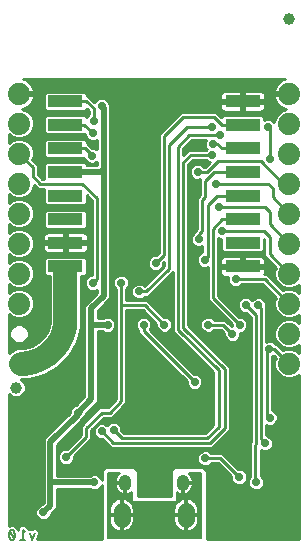
<source format=gbl>
G75*
%MOIN*%
%OFA0B0*%
%FSLAX25Y25*%
%IPPOS*%
%LPD*%
%AMOC8*
5,1,8,0,0,1.08239X$1,22.5*
%
%ADD10C,0.00600*%
%ADD11R,0.11811X0.03937*%
%ADD12C,0.05512*%
%ADD13C,0.03937*%
%ADD14C,0.07400*%
%ADD15C,0.03937*%
%ADD16C,0.02900*%
%ADD17C,0.01000*%
%ADD18C,0.02000*%
%ADD19C,0.04000*%
%ADD20C,0.08000*%
D10*
X0106099Y0057772D02*
X0106140Y0057861D01*
X0106178Y0057951D01*
X0106213Y0058042D01*
X0106245Y0058134D01*
X0106274Y0058228D01*
X0106299Y0058322D01*
X0106321Y0058418D01*
X0106339Y0058514D01*
X0106355Y0058610D01*
X0106367Y0058707D01*
X0106375Y0058805D01*
X0106380Y0058902D01*
X0106382Y0059000D01*
X0104493Y0059000D02*
X0104495Y0059098D01*
X0104500Y0059195D01*
X0104508Y0059293D01*
X0104520Y0059390D01*
X0104536Y0059486D01*
X0104554Y0059582D01*
X0104576Y0059678D01*
X0104601Y0059772D01*
X0104630Y0059866D01*
X0104662Y0059958D01*
X0104697Y0060049D01*
X0104735Y0060139D01*
X0104776Y0060228D01*
X0104682Y0059944D02*
X0106193Y0058056D01*
X0105438Y0057300D02*
X0105387Y0057302D01*
X0105336Y0057307D01*
X0105286Y0057317D01*
X0105237Y0057330D01*
X0105189Y0057346D01*
X0105142Y0057366D01*
X0105096Y0057389D01*
X0105053Y0057416D01*
X0105011Y0057445D01*
X0104972Y0057478D01*
X0104935Y0057513D01*
X0104901Y0057551D01*
X0104870Y0057592D01*
X0104842Y0057634D01*
X0104817Y0057679D01*
X0104795Y0057725D01*
X0104777Y0057772D01*
X0105438Y0057300D02*
X0105489Y0057302D01*
X0105540Y0057307D01*
X0105590Y0057317D01*
X0105639Y0057330D01*
X0105687Y0057346D01*
X0105734Y0057366D01*
X0105780Y0057389D01*
X0105823Y0057416D01*
X0105865Y0057445D01*
X0105904Y0057478D01*
X0105941Y0057513D01*
X0105975Y0057551D01*
X0106006Y0057592D01*
X0106034Y0057634D01*
X0106059Y0057679D01*
X0106081Y0057725D01*
X0106099Y0057772D01*
X0104776Y0057772D02*
X0104735Y0057861D01*
X0104697Y0057951D01*
X0104662Y0058042D01*
X0104630Y0058134D01*
X0104601Y0058228D01*
X0104576Y0058322D01*
X0104554Y0058418D01*
X0104536Y0058514D01*
X0104520Y0058610D01*
X0104508Y0058707D01*
X0104500Y0058805D01*
X0104495Y0058902D01*
X0104493Y0059000D01*
X0106382Y0059000D02*
X0106380Y0059098D01*
X0106375Y0059195D01*
X0106367Y0059293D01*
X0106355Y0059390D01*
X0106339Y0059486D01*
X0106321Y0059582D01*
X0106299Y0059678D01*
X0106274Y0059772D01*
X0106245Y0059866D01*
X0106213Y0059958D01*
X0106178Y0060049D01*
X0106140Y0060139D01*
X0106099Y0060228D01*
X0106081Y0060275D01*
X0106059Y0060321D01*
X0106034Y0060366D01*
X0106006Y0060408D01*
X0105975Y0060449D01*
X0105941Y0060487D01*
X0105904Y0060522D01*
X0105865Y0060555D01*
X0105823Y0060584D01*
X0105780Y0060611D01*
X0105734Y0060634D01*
X0105687Y0060654D01*
X0105639Y0060670D01*
X0105590Y0060683D01*
X0105540Y0060693D01*
X0105489Y0060698D01*
X0105438Y0060700D01*
X0105387Y0060698D01*
X0105336Y0060693D01*
X0105286Y0060683D01*
X0105237Y0060670D01*
X0105189Y0060654D01*
X0105142Y0060634D01*
X0105096Y0060611D01*
X0105053Y0060584D01*
X0105011Y0060555D01*
X0104972Y0060522D01*
X0104935Y0060487D01*
X0104901Y0060449D01*
X0104870Y0060408D01*
X0104842Y0060366D01*
X0104817Y0060321D01*
X0104795Y0060275D01*
X0104777Y0060228D01*
X0109038Y0060700D02*
X0109038Y0057300D01*
X0109982Y0057300D02*
X0108093Y0057300D01*
X0109982Y0059944D02*
X0109038Y0060700D01*
X0111522Y0059567D02*
X0112278Y0057300D01*
X0113033Y0059567D01*
X0137333Y0059591D02*
X0168333Y0059591D01*
X0168333Y0058993D02*
X0137333Y0058993D01*
X0137333Y0058394D02*
X0168333Y0058394D01*
X0168333Y0057900D02*
X0137333Y0057900D01*
X0137333Y0079500D01*
X0141337Y0079500D01*
X0141183Y0079397D01*
X0140728Y0078942D01*
X0140370Y0078406D01*
X0140123Y0077812D01*
X0139998Y0077180D01*
X0139998Y0076568D01*
X0142966Y0076568D01*
X0142966Y0075968D01*
X0139998Y0075968D01*
X0139998Y0075355D01*
X0140123Y0074724D01*
X0140370Y0074129D01*
X0140728Y0073594D01*
X0141183Y0073138D01*
X0141718Y0072781D01*
X0142313Y0072534D01*
X0142944Y0072409D01*
X0142966Y0072409D01*
X0142966Y0075968D01*
X0143566Y0075968D01*
X0143566Y0072409D01*
X0143588Y0072409D01*
X0144220Y0072534D01*
X0144815Y0072781D01*
X0145333Y0073127D01*
X0145333Y0070000D01*
X0160333Y0070000D01*
X0160333Y0073127D01*
X0160852Y0072781D01*
X0161447Y0072534D01*
X0162078Y0072409D01*
X0162100Y0072409D01*
X0162100Y0075968D01*
X0162700Y0075968D01*
X0162700Y0076568D01*
X0165669Y0076568D01*
X0165669Y0077180D01*
X0165543Y0077812D01*
X0165297Y0078406D01*
X0164939Y0078942D01*
X0164484Y0079397D01*
X0164330Y0079500D01*
X0168333Y0079500D01*
X0168333Y0057900D01*
X0168333Y0060190D02*
X0164416Y0060190D01*
X0164759Y0060258D02*
X0165497Y0060563D01*
X0166161Y0061007D01*
X0166726Y0061572D01*
X0167170Y0062237D01*
X0167476Y0062975D01*
X0167632Y0063758D01*
X0167632Y0065236D01*
X0163876Y0065236D01*
X0163876Y0065836D01*
X0163276Y0065836D01*
X0163276Y0070970D01*
X0163176Y0070970D01*
X0162393Y0070814D01*
X0161655Y0070508D01*
X0160990Y0070064D01*
X0160425Y0069499D01*
X0159981Y0068835D01*
X0159676Y0068097D01*
X0159520Y0067313D01*
X0159520Y0065836D01*
X0163276Y0065836D01*
X0163276Y0065236D01*
X0163876Y0065236D01*
X0163876Y0060102D01*
X0163975Y0060102D01*
X0164759Y0060258D01*
X0163876Y0060190D02*
X0163276Y0060190D01*
X0163276Y0060102D02*
X0163276Y0065236D01*
X0159520Y0065236D01*
X0159520Y0063758D01*
X0159676Y0062975D01*
X0159981Y0062237D01*
X0160425Y0061572D01*
X0160990Y0061007D01*
X0161655Y0060563D01*
X0162393Y0060258D01*
X0163176Y0060102D01*
X0163276Y0060102D01*
X0162735Y0060190D02*
X0142920Y0060190D01*
X0143263Y0060258D02*
X0144001Y0060563D01*
X0144665Y0061007D01*
X0145230Y0061572D01*
X0145674Y0062237D01*
X0145980Y0062975D01*
X0146136Y0063758D01*
X0146136Y0065236D01*
X0142380Y0065236D01*
X0142380Y0065836D01*
X0146136Y0065836D01*
X0146136Y0067313D01*
X0145980Y0068097D01*
X0145674Y0068835D01*
X0145230Y0069499D01*
X0144665Y0070064D01*
X0144001Y0070508D01*
X0143263Y0070814D01*
X0142479Y0070970D01*
X0142380Y0070970D01*
X0142380Y0065836D01*
X0141780Y0065836D01*
X0141780Y0070970D01*
X0141680Y0070970D01*
X0140897Y0070814D01*
X0140159Y0070508D01*
X0139494Y0070064D01*
X0138929Y0069499D01*
X0138485Y0068835D01*
X0138180Y0068097D01*
X0138024Y0067313D01*
X0138024Y0065836D01*
X0141780Y0065836D01*
X0141780Y0065236D01*
X0142380Y0065236D01*
X0142380Y0060102D01*
X0142479Y0060102D01*
X0143263Y0060258D01*
X0142380Y0060190D02*
X0141780Y0060190D01*
X0141780Y0060102D02*
X0141780Y0065236D01*
X0138024Y0065236D01*
X0138024Y0063758D01*
X0138180Y0062975D01*
X0138485Y0062237D01*
X0138929Y0061572D01*
X0139494Y0061007D01*
X0140159Y0060563D01*
X0140897Y0060258D01*
X0141680Y0060102D01*
X0141780Y0060102D01*
X0141239Y0060190D02*
X0137333Y0060190D01*
X0137333Y0060788D02*
X0139822Y0060788D01*
X0139115Y0061387D02*
X0137333Y0061387D01*
X0137333Y0061985D02*
X0138653Y0061985D01*
X0138342Y0062584D02*
X0137333Y0062584D01*
X0137333Y0063182D02*
X0138138Y0063182D01*
X0138024Y0063781D02*
X0137333Y0063781D01*
X0137333Y0064379D02*
X0138024Y0064379D01*
X0138024Y0064978D02*
X0137333Y0064978D01*
X0137333Y0065576D02*
X0141780Y0065576D01*
X0141780Y0064978D02*
X0142380Y0064978D01*
X0142380Y0065576D02*
X0163276Y0065576D01*
X0163276Y0064978D02*
X0163876Y0064978D01*
X0163876Y0065576D02*
X0168333Y0065576D01*
X0168333Y0064978D02*
X0167632Y0064978D01*
X0167632Y0064379D02*
X0168333Y0064379D01*
X0168333Y0063781D02*
X0167632Y0063781D01*
X0167517Y0063182D02*
X0168333Y0063182D01*
X0168333Y0062584D02*
X0167314Y0062584D01*
X0167002Y0061985D02*
X0168333Y0061985D01*
X0168333Y0061387D02*
X0166540Y0061387D01*
X0165833Y0060788D02*
X0168333Y0060788D01*
X0163876Y0060788D02*
X0163276Y0060788D01*
X0163276Y0061387D02*
X0163876Y0061387D01*
X0163876Y0061985D02*
X0163276Y0061985D01*
X0163276Y0062584D02*
X0163876Y0062584D01*
X0163876Y0063182D02*
X0163276Y0063182D01*
X0163276Y0063781D02*
X0163876Y0063781D01*
X0163876Y0064379D02*
X0163276Y0064379D01*
X0163876Y0065836D02*
X0167632Y0065836D01*
X0167632Y0067313D01*
X0167476Y0068097D01*
X0167170Y0068835D01*
X0166726Y0069499D01*
X0166161Y0070064D01*
X0165497Y0070508D01*
X0164759Y0070814D01*
X0163975Y0070970D01*
X0163876Y0070970D01*
X0163876Y0065836D01*
X0163876Y0066175D02*
X0163276Y0066175D01*
X0163276Y0066773D02*
X0163876Y0066773D01*
X0163876Y0067372D02*
X0163276Y0067372D01*
X0163276Y0067970D02*
X0163876Y0067970D01*
X0163876Y0068569D02*
X0163276Y0068569D01*
X0163276Y0069167D02*
X0163876Y0069167D01*
X0163876Y0069766D02*
X0163276Y0069766D01*
X0163276Y0070364D02*
X0163876Y0070364D01*
X0163876Y0070963D02*
X0163276Y0070963D01*
X0163142Y0070963D02*
X0160333Y0070963D01*
X0160333Y0071561D02*
X0168333Y0071561D01*
X0168333Y0070963D02*
X0164010Y0070963D01*
X0163354Y0072534D02*
X0163948Y0072781D01*
X0164484Y0073138D01*
X0164939Y0073594D01*
X0165297Y0074129D01*
X0165543Y0074724D01*
X0165669Y0075355D01*
X0165669Y0075968D01*
X0162700Y0075968D01*
X0162700Y0072409D01*
X0162722Y0072409D01*
X0163354Y0072534D01*
X0163895Y0072758D02*
X0168333Y0072758D01*
X0168333Y0072160D02*
X0160333Y0072160D01*
X0160333Y0072758D02*
X0160906Y0072758D01*
X0162100Y0072758D02*
X0162700Y0072758D01*
X0162700Y0073357D02*
X0162100Y0073357D01*
X0162100Y0073955D02*
X0162700Y0073955D01*
X0162700Y0074554D02*
X0162100Y0074554D01*
X0162100Y0075152D02*
X0162700Y0075152D01*
X0162700Y0075751D02*
X0162100Y0075751D01*
X0162700Y0076349D02*
X0168333Y0076349D01*
X0168333Y0075751D02*
X0165669Y0075751D01*
X0165628Y0075152D02*
X0168333Y0075152D01*
X0168333Y0074554D02*
X0165473Y0074554D01*
X0165181Y0073955D02*
X0168333Y0073955D01*
X0168333Y0073357D02*
X0164702Y0073357D01*
X0165712Y0070364D02*
X0168333Y0070364D01*
X0168333Y0069766D02*
X0166460Y0069766D01*
X0166948Y0069167D02*
X0168333Y0069167D01*
X0168333Y0068569D02*
X0167280Y0068569D01*
X0167501Y0067970D02*
X0168333Y0067970D01*
X0168333Y0067372D02*
X0167620Y0067372D01*
X0167632Y0066773D02*
X0168333Y0066773D01*
X0168333Y0066175D02*
X0167632Y0066175D01*
X0161439Y0070364D02*
X0160333Y0070364D01*
X0160692Y0069766D02*
X0144964Y0069766D01*
X0145333Y0070364D02*
X0144216Y0070364D01*
X0145333Y0070963D02*
X0142513Y0070963D01*
X0142380Y0070963D02*
X0141780Y0070963D01*
X0141646Y0070963D02*
X0137333Y0070963D01*
X0137333Y0071561D02*
X0145333Y0071561D01*
X0145333Y0072160D02*
X0137333Y0072160D01*
X0137333Y0072758D02*
X0141772Y0072758D01*
X0140964Y0073357D02*
X0137333Y0073357D01*
X0137333Y0073955D02*
X0140486Y0073955D01*
X0140194Y0074554D02*
X0137333Y0074554D01*
X0137333Y0075152D02*
X0140038Y0075152D01*
X0139998Y0075751D02*
X0137333Y0075751D01*
X0137333Y0076349D02*
X0142966Y0076349D01*
X0142966Y0075751D02*
X0143566Y0075751D01*
X0143566Y0075152D02*
X0142966Y0075152D01*
X0142966Y0074554D02*
X0143566Y0074554D01*
X0143566Y0073955D02*
X0142966Y0073955D01*
X0142966Y0073357D02*
X0143566Y0073357D01*
X0143566Y0072758D02*
X0142966Y0072758D01*
X0144761Y0072758D02*
X0145333Y0072758D01*
X0142380Y0070364D02*
X0141780Y0070364D01*
X0141780Y0069766D02*
X0142380Y0069766D01*
X0142380Y0069167D02*
X0141780Y0069167D01*
X0141780Y0068569D02*
X0142380Y0068569D01*
X0142380Y0067970D02*
X0141780Y0067970D01*
X0141780Y0067372D02*
X0142380Y0067372D01*
X0142380Y0066773D02*
X0141780Y0066773D01*
X0141780Y0066175D02*
X0142380Y0066175D01*
X0142380Y0064379D02*
X0141780Y0064379D01*
X0141780Y0063781D02*
X0142380Y0063781D01*
X0142380Y0063182D02*
X0141780Y0063182D01*
X0141780Y0062584D02*
X0142380Y0062584D01*
X0142380Y0061985D02*
X0141780Y0061985D01*
X0141780Y0061387D02*
X0142380Y0061387D01*
X0142380Y0060788D02*
X0141780Y0060788D01*
X0144337Y0060788D02*
X0161318Y0060788D01*
X0160611Y0061387D02*
X0145044Y0061387D01*
X0145506Y0061985D02*
X0160150Y0061985D01*
X0159838Y0062584D02*
X0145818Y0062584D01*
X0146021Y0063182D02*
X0159634Y0063182D01*
X0159520Y0063781D02*
X0146136Y0063781D01*
X0146136Y0064379D02*
X0159520Y0064379D01*
X0159520Y0064978D02*
X0146136Y0064978D01*
X0146136Y0066175D02*
X0159520Y0066175D01*
X0159520Y0066773D02*
X0146136Y0066773D01*
X0146124Y0067372D02*
X0159532Y0067372D01*
X0159651Y0067970D02*
X0146005Y0067970D01*
X0145784Y0068569D02*
X0159871Y0068569D01*
X0160204Y0069167D02*
X0145452Y0069167D01*
X0139943Y0070364D02*
X0137333Y0070364D01*
X0137333Y0069766D02*
X0139196Y0069766D01*
X0138707Y0069167D02*
X0137333Y0069167D01*
X0137333Y0068569D02*
X0138375Y0068569D01*
X0138155Y0067970D02*
X0137333Y0067970D01*
X0137333Y0067372D02*
X0138035Y0067372D01*
X0138024Y0066773D02*
X0137333Y0066773D01*
X0137333Y0066175D02*
X0138024Y0066175D01*
X0137333Y0076948D02*
X0139998Y0076948D01*
X0140071Y0077546D02*
X0137333Y0077546D01*
X0137333Y0078145D02*
X0140262Y0078145D01*
X0140595Y0078743D02*
X0137333Y0078743D01*
X0137333Y0079342D02*
X0141128Y0079342D01*
X0164539Y0079342D02*
X0168333Y0079342D01*
X0168333Y0078743D02*
X0165072Y0078743D01*
X0165405Y0078145D02*
X0168333Y0078145D01*
X0168333Y0077546D02*
X0165596Y0077546D01*
X0165669Y0076948D02*
X0168333Y0076948D01*
D11*
X0182361Y0148441D03*
X0182361Y0156315D03*
X0182361Y0164189D03*
X0182361Y0172063D03*
X0182361Y0179937D03*
X0182361Y0187811D03*
X0182361Y0195685D03*
X0182361Y0203559D03*
X0123306Y0203559D03*
X0123306Y0195685D03*
X0123306Y0187811D03*
X0123306Y0179937D03*
X0123306Y0172063D03*
X0123306Y0164189D03*
X0123306Y0156315D03*
X0123306Y0148441D03*
D12*
X0142080Y0066914D02*
X0142080Y0064158D01*
X0163576Y0064158D02*
X0163576Y0066914D01*
D13*
X0162400Y0075677D02*
X0162400Y0076859D01*
X0162400Y0075677D02*
X0162400Y0075677D01*
X0162400Y0076859D01*
X0162400Y0076859D01*
X0143266Y0076859D02*
X0143266Y0075677D01*
X0143266Y0075677D01*
X0143266Y0076859D01*
X0143266Y0076859D01*
D14*
X0108333Y0116000D03*
X0107833Y0136000D03*
X0107833Y0146000D03*
X0107833Y0156000D03*
X0107833Y0166000D03*
X0107833Y0176000D03*
X0107833Y0186000D03*
X0107833Y0196000D03*
X0107833Y0206000D03*
X0197833Y0206000D03*
X0197833Y0196000D03*
X0197833Y0186000D03*
X0197833Y0176000D03*
X0197833Y0166000D03*
X0197833Y0156000D03*
X0197833Y0146000D03*
X0197833Y0136000D03*
X0197833Y0126000D03*
X0197833Y0116000D03*
D15*
X0106833Y0108000D03*
X0197833Y0231000D03*
D16*
X0172833Y0206000D03*
X0167833Y0206000D03*
X0162833Y0206000D03*
X0157833Y0206000D03*
X0152833Y0206000D03*
X0147833Y0206000D03*
X0142833Y0206000D03*
X0142833Y0201000D03*
X0147833Y0201000D03*
X0152833Y0201000D03*
X0152833Y0196000D03*
X0147833Y0196000D03*
X0142833Y0196000D03*
X0142833Y0191000D03*
X0139333Y0188500D03*
X0132133Y0185400D03*
X0132533Y0192800D03*
X0132733Y0197055D03*
X0135333Y0202000D03*
X0147833Y0186000D03*
X0152833Y0189000D03*
X0152833Y0181000D03*
X0147833Y0176000D03*
X0142833Y0171000D03*
X0147833Y0166000D03*
X0152833Y0161000D03*
X0152833Y0156000D03*
X0147833Y0156000D03*
X0142833Y0156000D03*
X0139333Y0161500D03*
X0130833Y0160400D03*
X0132433Y0143000D03*
X0141833Y0143050D03*
X0147833Y0140100D03*
X0153333Y0149550D03*
X0167333Y0142500D03*
X0175833Y0142500D03*
X0180133Y0144172D03*
X0183333Y0135621D03*
X0187516Y0135500D03*
X0181333Y0129000D03*
X0178915Y0126000D03*
X0170833Y0129046D03*
X0156288Y0129046D03*
X0149333Y0129000D03*
X0137333Y0129000D03*
X0113833Y0127000D03*
X0127383Y0099750D03*
X0122333Y0098500D03*
X0118833Y0098500D03*
X0115433Y0098500D03*
X0123833Y0089500D03*
X0123487Y0085000D03*
X0132833Y0076500D03*
X0115950Y0066500D03*
X0114333Y0070300D03*
X0105833Y0085500D03*
X0135333Y0093500D03*
X0139333Y0094000D03*
X0147933Y0098300D03*
X0152833Y0098300D03*
X0157833Y0098300D03*
X0166333Y0106300D03*
X0166333Y0110000D03*
X0182833Y0106000D03*
X0191383Y0097969D03*
X0192733Y0094300D03*
X0189783Y0089500D03*
X0178333Y0085200D03*
X0181168Y0078265D03*
X0186833Y0076500D03*
X0177383Y0075000D03*
X0171833Y0081000D03*
X0169833Y0084500D03*
X0195633Y0080400D03*
X0174833Y0058600D03*
X0161333Y0059000D03*
X0144333Y0059000D03*
X0130933Y0058800D03*
X0191233Y0121000D03*
X0169667Y0150667D03*
X0167833Y0157500D03*
X0166333Y0161500D03*
X0175433Y0160300D03*
X0174333Y0168100D03*
X0167033Y0175000D03*
X0173533Y0176000D03*
X0167333Y0180000D03*
X0172223Y0185656D03*
X0172433Y0189250D03*
X0174933Y0192200D03*
X0172051Y0194935D03*
X0166333Y0188500D03*
X0162833Y0201000D03*
X0157833Y0201000D03*
X0142833Y0181000D03*
X0152833Y0171000D03*
X0190716Y0195000D03*
X0191566Y0184232D03*
D17*
X0191566Y0194151D01*
X0190716Y0195000D01*
X0192674Y0196790D02*
X0192933Y0196790D01*
X0192933Y0196975D02*
X0192933Y0196531D01*
X0192217Y0197247D01*
X0191244Y0197650D01*
X0190189Y0197650D01*
X0189466Y0197351D01*
X0189466Y0198151D01*
X0188763Y0198854D01*
X0175958Y0198854D01*
X0175264Y0198159D01*
X0173373Y0200050D01*
X0161879Y0200050D01*
X0160883Y0199054D01*
X0154358Y0192529D01*
X0154358Y0152979D01*
X0153579Y0152200D01*
X0152806Y0152200D01*
X0151832Y0151797D01*
X0151087Y0151051D01*
X0150683Y0150077D01*
X0150683Y0149023D01*
X0151087Y0148049D01*
X0151832Y0147303D01*
X0152806Y0146900D01*
X0153860Y0146900D01*
X0154834Y0147303D01*
X0155580Y0148049D01*
X0155983Y0149023D01*
X0155983Y0149796D01*
X0156058Y0149871D01*
X0156058Y0148466D01*
X0149636Y0142045D01*
X0149334Y0142347D01*
X0148360Y0142750D01*
X0147306Y0142750D01*
X0146332Y0142347D01*
X0145587Y0141601D01*
X0145183Y0140627D01*
X0145183Y0139573D01*
X0145587Y0138599D01*
X0146332Y0137853D01*
X0147306Y0137450D01*
X0148360Y0137450D01*
X0149334Y0137853D01*
X0149881Y0138400D01*
X0150800Y0138400D01*
X0158462Y0146062D01*
X0159133Y0146733D01*
X0159133Y0126654D01*
X0172633Y0113154D01*
X0172633Y0095704D01*
X0169929Y0093000D01*
X0142737Y0093000D01*
X0141983Y0093754D01*
X0141983Y0094527D01*
X0141580Y0095501D01*
X0140834Y0096247D01*
X0139860Y0096650D01*
X0138806Y0096650D01*
X0137832Y0096247D01*
X0137087Y0095501D01*
X0137085Y0095496D01*
X0136834Y0095747D01*
X0135860Y0096150D01*
X0134806Y0096150D01*
X0133832Y0095747D01*
X0133087Y0095001D01*
X0132683Y0094027D01*
X0132683Y0092973D01*
X0133087Y0091999D01*
X0133832Y0091253D01*
X0134806Y0090850D01*
X0135579Y0090850D01*
X0138529Y0087900D01*
X0172137Y0087900D01*
X0173133Y0088896D01*
X0177087Y0092850D01*
X0177087Y0092850D01*
X0178083Y0093846D01*
X0178083Y0114917D01*
X0177087Y0115913D01*
X0164233Y0128767D01*
X0164233Y0182496D01*
X0165693Y0183956D01*
X0170175Y0183956D01*
X0170722Y0183409D01*
X0171369Y0183141D01*
X0169928Y0181700D01*
X0169381Y0181700D01*
X0168834Y0182247D01*
X0167860Y0182650D01*
X0166806Y0182650D01*
X0165832Y0182247D01*
X0165087Y0181501D01*
X0164683Y0180527D01*
X0164683Y0179473D01*
X0165087Y0178499D01*
X0165832Y0177753D01*
X0166806Y0177350D01*
X0167860Y0177350D01*
X0168283Y0177525D01*
X0168283Y0172204D01*
X0168279Y0172200D01*
X0167283Y0171204D01*
X0167283Y0161106D01*
X0167129Y0160952D01*
X0166133Y0159956D01*
X0166133Y0159548D01*
X0165587Y0159001D01*
X0165183Y0158027D01*
X0165183Y0156973D01*
X0165587Y0155999D01*
X0166332Y0155253D01*
X0167306Y0154850D01*
X0168360Y0154850D01*
X0168983Y0155108D01*
X0168983Y0153252D01*
X0168166Y0152913D01*
X0167420Y0152168D01*
X0167017Y0151194D01*
X0167017Y0150139D01*
X0167420Y0149165D01*
X0168166Y0148420D01*
X0169140Y0148017D01*
X0170194Y0148017D01*
X0170683Y0148219D01*
X0170683Y0137246D01*
X0178683Y0129246D01*
X0178683Y0128650D01*
X0178669Y0128650D01*
X0177569Y0129750D01*
X0176573Y0130746D01*
X0172881Y0130746D01*
X0172334Y0131293D01*
X0171360Y0131696D01*
X0170306Y0131696D01*
X0169332Y0131293D01*
X0168587Y0130547D01*
X0168183Y0129573D01*
X0168183Y0128519D01*
X0168587Y0127545D01*
X0169332Y0126799D01*
X0170306Y0126396D01*
X0171360Y0126396D01*
X0172334Y0126799D01*
X0172881Y0127346D01*
X0175165Y0127346D01*
X0176265Y0126246D01*
X0176265Y0125473D01*
X0176668Y0124499D01*
X0177414Y0123753D01*
X0178388Y0123350D01*
X0179442Y0123350D01*
X0180416Y0123753D01*
X0181161Y0124499D01*
X0181565Y0125473D01*
X0181565Y0126350D01*
X0181860Y0126350D01*
X0182834Y0126753D01*
X0183580Y0127499D01*
X0183983Y0128473D01*
X0183983Y0129527D01*
X0183580Y0130501D01*
X0182834Y0131247D01*
X0181860Y0131650D01*
X0181087Y0131650D01*
X0174083Y0138654D01*
X0174083Y0157991D01*
X0174906Y0157650D01*
X0175255Y0157650D01*
X0175255Y0153849D01*
X0175958Y0153146D01*
X0188763Y0153146D01*
X0189466Y0153849D01*
X0189466Y0157763D01*
X0189633Y0157596D01*
X0189633Y0151796D01*
X0190629Y0150800D01*
X0193379Y0148050D01*
X0192933Y0146975D01*
X0192933Y0145025D01*
X0193679Y0143224D01*
X0195058Y0141846D01*
X0196859Y0141100D01*
X0198808Y0141100D01*
X0200609Y0141846D01*
X0201192Y0142429D01*
X0201191Y0139572D01*
X0200609Y0140154D01*
X0198808Y0140900D01*
X0196859Y0140900D01*
X0195783Y0140454D01*
X0191361Y0144877D01*
X0190365Y0145872D01*
X0189652Y0145872D01*
X0189664Y0145893D01*
X0189766Y0146275D01*
X0189766Y0147957D01*
X0182845Y0147957D01*
X0182845Y0148925D01*
X0189766Y0148925D01*
X0189766Y0150607D01*
X0189664Y0150988D01*
X0189467Y0151330D01*
X0189187Y0151610D01*
X0188845Y0151807D01*
X0188464Y0151909D01*
X0182845Y0151909D01*
X0182845Y0148925D01*
X0181877Y0148925D01*
X0181877Y0151909D01*
X0176258Y0151909D01*
X0175876Y0151807D01*
X0175534Y0151610D01*
X0175255Y0151330D01*
X0175058Y0150988D01*
X0174955Y0150607D01*
X0174955Y0148925D01*
X0181877Y0148925D01*
X0181877Y0147957D01*
X0174955Y0147957D01*
X0174955Y0146275D01*
X0175058Y0145893D01*
X0175255Y0145551D01*
X0175534Y0145272D01*
X0175876Y0145075D01*
X0176258Y0144972D01*
X0177596Y0144972D01*
X0177483Y0144700D01*
X0177483Y0143645D01*
X0177887Y0142671D01*
X0178632Y0141926D01*
X0179606Y0141522D01*
X0180660Y0141522D01*
X0181634Y0141926D01*
X0182181Y0142472D01*
X0188957Y0142472D01*
X0193379Y0138050D01*
X0192933Y0136975D01*
X0192933Y0135025D01*
X0193679Y0133224D01*
X0195058Y0131846D01*
X0196859Y0131100D01*
X0198808Y0131100D01*
X0200609Y0131846D01*
X0201188Y0132425D01*
X0201187Y0129576D01*
X0200609Y0130154D01*
X0198808Y0130900D01*
X0196859Y0130900D01*
X0195058Y0130154D01*
X0193679Y0128776D01*
X0192933Y0126975D01*
X0192933Y0125025D01*
X0193679Y0123224D01*
X0195058Y0121846D01*
X0196859Y0121100D01*
X0198808Y0121100D01*
X0200609Y0121846D01*
X0201184Y0122421D01*
X0201182Y0119581D01*
X0200609Y0120154D01*
X0198808Y0120900D01*
X0196859Y0120900D01*
X0195783Y0120454D01*
X0193537Y0122700D01*
X0193281Y0122700D01*
X0192734Y0123247D01*
X0191760Y0123650D01*
X0190706Y0123650D01*
X0190133Y0123413D01*
X0190133Y0134893D01*
X0190166Y0134973D01*
X0190166Y0136027D01*
X0189763Y0137001D01*
X0189018Y0137747D01*
X0188044Y0138150D01*
X0186989Y0138150D01*
X0186015Y0137747D01*
X0185486Y0137217D01*
X0184834Y0137868D01*
X0183860Y0138271D01*
X0182806Y0138271D01*
X0181832Y0137868D01*
X0181087Y0137122D01*
X0180683Y0136148D01*
X0180683Y0135094D01*
X0181087Y0134120D01*
X0181832Y0133375D01*
X0182806Y0132971D01*
X0183579Y0132971D01*
X0185033Y0131517D01*
X0185033Y0089902D01*
X0184933Y0089802D01*
X0184933Y0078348D01*
X0184587Y0078001D01*
X0184183Y0077027D01*
X0184183Y0075973D01*
X0184587Y0074999D01*
X0185332Y0074253D01*
X0186306Y0073850D01*
X0187360Y0073850D01*
X0188334Y0074253D01*
X0189080Y0074999D01*
X0189483Y0075973D01*
X0189483Y0077027D01*
X0189080Y0078001D01*
X0188334Y0078747D01*
X0188333Y0078747D01*
X0188333Y0087232D01*
X0189256Y0086850D01*
X0190310Y0086850D01*
X0191284Y0087253D01*
X0192030Y0087999D01*
X0192433Y0088973D01*
X0192433Y0090027D01*
X0192030Y0091001D01*
X0191284Y0091747D01*
X0190310Y0092150D01*
X0190133Y0092150D01*
X0190133Y0095618D01*
X0190856Y0095319D01*
X0191910Y0095319D01*
X0192884Y0095722D01*
X0193630Y0096467D01*
X0194033Y0097441D01*
X0194033Y0098496D01*
X0193630Y0099470D01*
X0192884Y0100215D01*
X0192283Y0100464D01*
X0192283Y0118567D01*
X0192693Y0118736D01*
X0193379Y0118050D01*
X0192933Y0116975D01*
X0192933Y0115025D01*
X0193679Y0113224D01*
X0195058Y0111846D01*
X0196859Y0111100D01*
X0198808Y0111100D01*
X0200609Y0111846D01*
X0201179Y0112416D01*
X0201155Y0057600D01*
X0170333Y0057600D01*
X0170333Y0080328D01*
X0169162Y0081500D01*
X0159505Y0081500D01*
X0158333Y0080328D01*
X0158333Y0072000D01*
X0147333Y0072000D01*
X0147333Y0080328D01*
X0146162Y0081500D01*
X0136505Y0081500D01*
X0135333Y0080328D01*
X0135333Y0077389D01*
X0135080Y0078001D01*
X0134334Y0078747D01*
X0133360Y0079150D01*
X0132306Y0079150D01*
X0131332Y0078747D01*
X0131286Y0078700D01*
X0120387Y0078700D01*
X0120387Y0088987D01*
X0129583Y0098184D01*
X0129583Y0098202D01*
X0129630Y0098249D01*
X0130033Y0099223D01*
X0130033Y0099289D01*
X0132745Y0102000D01*
X0134033Y0103289D01*
X0134033Y0126800D01*
X0135786Y0126800D01*
X0135832Y0126753D01*
X0136806Y0126350D01*
X0137860Y0126350D01*
X0138834Y0126753D01*
X0139580Y0127499D01*
X0139983Y0128473D01*
X0139983Y0129527D01*
X0139580Y0130501D01*
X0138834Y0131247D01*
X0137860Y0131650D01*
X0136806Y0131650D01*
X0135832Y0131247D01*
X0135786Y0131200D01*
X0134033Y0131200D01*
X0134033Y0133589D01*
X0136945Y0136500D01*
X0138233Y0137789D01*
X0138233Y0202211D01*
X0137983Y0202461D01*
X0137983Y0202527D01*
X0137580Y0203501D01*
X0136834Y0204247D01*
X0135860Y0204650D01*
X0134806Y0204650D01*
X0133832Y0204247D01*
X0133087Y0203501D01*
X0132984Y0203253D01*
X0130978Y0205259D01*
X0130411Y0205259D01*
X0130411Y0206025D01*
X0129708Y0206728D01*
X0116903Y0206728D01*
X0116200Y0206025D01*
X0116200Y0201093D01*
X0116903Y0200391D01*
X0129708Y0200391D01*
X0130373Y0201056D01*
X0131033Y0200396D01*
X0131033Y0199102D01*
X0130487Y0198556D01*
X0130346Y0198216D01*
X0129708Y0198854D01*
X0116903Y0198854D01*
X0116200Y0198151D01*
X0116200Y0193219D01*
X0116903Y0192517D01*
X0129708Y0192517D01*
X0129883Y0192692D01*
X0129883Y0192273D01*
X0130287Y0191299D01*
X0131032Y0190553D01*
X0132006Y0190150D01*
X0133060Y0190150D01*
X0133833Y0190470D01*
X0133833Y0187448D01*
X0133634Y0187647D01*
X0132660Y0188050D01*
X0131999Y0188050D01*
X0130537Y0189511D01*
X0130411Y0189511D01*
X0130411Y0190277D01*
X0129708Y0190980D01*
X0116903Y0190980D01*
X0116200Y0190277D01*
X0116200Y0185345D01*
X0116903Y0184643D01*
X0129579Y0184643D01*
X0129887Y0183899D01*
X0130632Y0183153D01*
X0131606Y0182750D01*
X0132660Y0182750D01*
X0133634Y0183153D01*
X0133833Y0183352D01*
X0133833Y0182137D01*
X0130411Y0182137D01*
X0130411Y0182403D01*
X0129708Y0183105D01*
X0116903Y0183105D01*
X0116200Y0182403D01*
X0116200Y0177690D01*
X0115548Y0177690D01*
X0114033Y0179204D01*
X0114033Y0182204D01*
X0112288Y0183950D01*
X0112733Y0185025D01*
X0112733Y0186975D01*
X0111987Y0188776D01*
X0110609Y0190154D01*
X0108808Y0190900D01*
X0106859Y0190900D01*
X0105058Y0190154D01*
X0104433Y0189530D01*
X0104433Y0192470D01*
X0105058Y0191846D01*
X0106859Y0191100D01*
X0108808Y0191100D01*
X0110609Y0191846D01*
X0111987Y0193224D01*
X0112733Y0195025D01*
X0112733Y0196975D01*
X0111987Y0198776D01*
X0110609Y0200154D01*
X0108826Y0200892D01*
X0109051Y0200928D01*
X0109829Y0201181D01*
X0110559Y0201553D01*
X0111221Y0202034D01*
X0111800Y0202612D01*
X0112281Y0203275D01*
X0112652Y0204004D01*
X0112905Y0204782D01*
X0113019Y0205500D01*
X0108333Y0205500D01*
X0108333Y0206500D01*
X0113019Y0206500D01*
X0112905Y0207218D01*
X0112652Y0207996D01*
X0112281Y0208725D01*
X0111800Y0209388D01*
X0111221Y0209966D01*
X0110559Y0210447D01*
X0109829Y0210819D01*
X0109272Y0211000D01*
X0196394Y0211000D01*
X0195837Y0210819D01*
X0195108Y0210447D01*
X0194446Y0209966D01*
X0193867Y0209388D01*
X0193386Y0208725D01*
X0193014Y0207996D01*
X0192761Y0207218D01*
X0192648Y0206500D01*
X0197333Y0206500D01*
X0197333Y0205500D01*
X0192648Y0205500D01*
X0192761Y0204782D01*
X0193014Y0204004D01*
X0193386Y0203275D01*
X0193867Y0202612D01*
X0194446Y0202034D01*
X0195108Y0201553D01*
X0195837Y0201181D01*
X0196616Y0200928D01*
X0196840Y0200892D01*
X0195058Y0200154D01*
X0193679Y0198776D01*
X0192933Y0196975D01*
X0193270Y0197789D02*
X0189466Y0197789D01*
X0188830Y0198787D02*
X0193691Y0198787D01*
X0194689Y0199786D02*
X0173637Y0199786D01*
X0174635Y0198787D02*
X0175892Y0198787D01*
X0176258Y0200091D02*
X0181877Y0200091D01*
X0181877Y0203075D01*
X0182845Y0203075D01*
X0182845Y0204043D01*
X0189766Y0204043D01*
X0189766Y0205725D01*
X0189664Y0206107D01*
X0189467Y0206449D01*
X0189187Y0206728D01*
X0188845Y0206925D01*
X0188464Y0207028D01*
X0182845Y0207028D01*
X0182845Y0204043D01*
X0181877Y0204043D01*
X0181877Y0203075D01*
X0174955Y0203075D01*
X0174955Y0201393D01*
X0175058Y0201012D01*
X0175255Y0200670D01*
X0175534Y0200390D01*
X0175876Y0200193D01*
X0176258Y0200091D01*
X0175189Y0200784D02*
X0138233Y0200784D01*
X0138233Y0199786D02*
X0161615Y0199786D01*
X0160616Y0198787D02*
X0138233Y0198787D01*
X0138233Y0197789D02*
X0159618Y0197789D01*
X0158619Y0196790D02*
X0138233Y0196790D01*
X0138233Y0195792D02*
X0157621Y0195792D01*
X0156622Y0194793D02*
X0138233Y0194793D01*
X0138233Y0193795D02*
X0155624Y0193795D01*
X0154625Y0192796D02*
X0138233Y0192796D01*
X0138233Y0191798D02*
X0154358Y0191798D01*
X0154358Y0190799D02*
X0138233Y0190799D01*
X0138233Y0189801D02*
X0154358Y0189801D01*
X0154358Y0188802D02*
X0138233Y0188802D01*
X0138233Y0187803D02*
X0154358Y0187803D01*
X0154358Y0186805D02*
X0138233Y0186805D01*
X0138233Y0185806D02*
X0154358Y0185806D01*
X0154358Y0184808D02*
X0138233Y0184808D01*
X0138233Y0183809D02*
X0154358Y0183809D01*
X0154358Y0182811D02*
X0138233Y0182811D01*
X0138233Y0181812D02*
X0154358Y0181812D01*
X0154358Y0180814D02*
X0138233Y0180814D01*
X0138233Y0179815D02*
X0154358Y0179815D01*
X0154358Y0178817D02*
X0138233Y0178817D01*
X0138233Y0177818D02*
X0154358Y0177818D01*
X0154358Y0176820D02*
X0138233Y0176820D01*
X0138233Y0175821D02*
X0154358Y0175821D01*
X0154358Y0174823D02*
X0138233Y0174823D01*
X0138233Y0173824D02*
X0154358Y0173824D01*
X0154358Y0172826D02*
X0138233Y0172826D01*
X0138233Y0171827D02*
X0154358Y0171827D01*
X0154358Y0170829D02*
X0138233Y0170829D01*
X0138233Y0169830D02*
X0154358Y0169830D01*
X0154358Y0168832D02*
X0138233Y0168832D01*
X0138233Y0167833D02*
X0154358Y0167833D01*
X0154358Y0166835D02*
X0138233Y0166835D01*
X0138233Y0165836D02*
X0154358Y0165836D01*
X0154358Y0164838D02*
X0138233Y0164838D01*
X0138233Y0163839D02*
X0154358Y0163839D01*
X0154358Y0162841D02*
X0138233Y0162841D01*
X0138233Y0161842D02*
X0154358Y0161842D01*
X0154358Y0160844D02*
X0138233Y0160844D01*
X0138233Y0159845D02*
X0154358Y0159845D01*
X0154358Y0158847D02*
X0138233Y0158847D01*
X0138233Y0157848D02*
X0154358Y0157848D01*
X0154358Y0156850D02*
X0138233Y0156850D01*
X0138233Y0155851D02*
X0154358Y0155851D01*
X0154358Y0154853D02*
X0138233Y0154853D01*
X0138233Y0153854D02*
X0154358Y0153854D01*
X0154235Y0152856D02*
X0138233Y0152856D01*
X0138233Y0151857D02*
X0151978Y0151857D01*
X0151007Y0150859D02*
X0138233Y0150859D01*
X0138233Y0149860D02*
X0150683Y0149860D01*
X0150750Y0148862D02*
X0138233Y0148862D01*
X0138233Y0147863D02*
X0151273Y0147863D01*
X0153333Y0149550D02*
X0156058Y0152275D01*
X0156058Y0191825D01*
X0162583Y0198350D01*
X0172668Y0198350D01*
X0175333Y0195685D01*
X0182361Y0195685D01*
X0182845Y0200091D02*
X0188464Y0200091D01*
X0188845Y0200193D01*
X0189187Y0200390D01*
X0189467Y0200670D01*
X0189664Y0201012D01*
X0189766Y0201393D01*
X0189766Y0203075D01*
X0182845Y0203075D01*
X0182845Y0200091D01*
X0182845Y0200784D02*
X0181877Y0200784D01*
X0181877Y0201783D02*
X0182845Y0201783D01*
X0182845Y0202781D02*
X0181877Y0202781D01*
X0181877Y0203780D02*
X0137301Y0203780D01*
X0137878Y0202781D02*
X0174955Y0202781D01*
X0174955Y0201783D02*
X0138233Y0201783D01*
X0133365Y0203780D02*
X0132458Y0203780D01*
X0131459Y0204778D02*
X0174955Y0204778D01*
X0174955Y0204043D02*
X0174955Y0205725D01*
X0175058Y0206107D01*
X0175255Y0206449D01*
X0175534Y0206728D01*
X0175876Y0206925D01*
X0176258Y0207028D01*
X0181877Y0207028D01*
X0181877Y0204043D01*
X0174955Y0204043D01*
X0174969Y0205777D02*
X0130411Y0205777D01*
X0130274Y0203559D02*
X0132733Y0201100D01*
X0132733Y0197055D01*
X0130718Y0198787D02*
X0129775Y0198787D01*
X0131033Y0199786D02*
X0110977Y0199786D01*
X0111976Y0198787D02*
X0116837Y0198787D01*
X0116200Y0197789D02*
X0112396Y0197789D01*
X0112733Y0196790D02*
X0116200Y0196790D01*
X0116200Y0195792D02*
X0112733Y0195792D01*
X0112637Y0194793D02*
X0116200Y0194793D01*
X0116200Y0193795D02*
X0112224Y0193795D01*
X0111559Y0192796D02*
X0116624Y0192796D01*
X0116723Y0190799D02*
X0109052Y0190799D01*
X0110492Y0191798D02*
X0130080Y0191798D01*
X0129889Y0190799D02*
X0130787Y0190799D01*
X0130411Y0189801D02*
X0133833Y0189801D01*
X0133833Y0188802D02*
X0131246Y0188802D01*
X0129833Y0187811D02*
X0132133Y0185511D01*
X0132133Y0185400D01*
X0133256Y0187803D02*
X0133833Y0187803D01*
X0129833Y0187811D02*
X0123306Y0187811D01*
X0116200Y0187803D02*
X0112390Y0187803D01*
X0112733Y0186805D02*
X0116200Y0186805D01*
X0116200Y0185806D02*
X0112733Y0185806D01*
X0112643Y0184808D02*
X0116738Y0184808D01*
X0116609Y0182811D02*
X0113427Y0182811D01*
X0114033Y0181812D02*
X0116200Y0181812D01*
X0116200Y0180814D02*
X0114033Y0180814D01*
X0114033Y0179815D02*
X0116200Y0179815D01*
X0116200Y0178817D02*
X0114421Y0178817D01*
X0115419Y0177818D02*
X0116200Y0177818D01*
X0114843Y0175990D02*
X0128950Y0175990D01*
X0133833Y0171106D01*
X0133833Y0144400D01*
X0132433Y0143000D01*
X0130553Y0144868D02*
X0128506Y0144868D01*
X0128506Y0145272D02*
X0129708Y0145272D01*
X0130411Y0145975D01*
X0130411Y0150906D01*
X0129708Y0151609D01*
X0124018Y0151609D01*
X0123942Y0151641D01*
X0122669Y0151641D01*
X0122593Y0151609D01*
X0116903Y0151609D01*
X0116200Y0150906D01*
X0116200Y0145975D01*
X0116903Y0145272D01*
X0118106Y0145272D01*
X0118106Y0130972D01*
X0118022Y0129697D01*
X0117362Y0127233D01*
X0116086Y0125023D01*
X0114282Y0123219D01*
X0112073Y0121944D01*
X0109609Y0121284D01*
X0108333Y0121200D01*
X0107299Y0121200D01*
X0105388Y0120408D01*
X0104433Y0119454D01*
X0104433Y0132470D01*
X0105058Y0131846D01*
X0106859Y0131100D01*
X0108808Y0131100D01*
X0110609Y0131846D01*
X0111987Y0133224D01*
X0112733Y0135025D01*
X0112733Y0136975D01*
X0111987Y0138776D01*
X0110609Y0140154D01*
X0108808Y0140900D01*
X0106859Y0140900D01*
X0105058Y0140154D01*
X0104433Y0139530D01*
X0104433Y0142470D01*
X0105058Y0141846D01*
X0106859Y0141100D01*
X0108808Y0141100D01*
X0110609Y0141846D01*
X0111987Y0143224D01*
X0112733Y0145025D01*
X0112733Y0146975D01*
X0111987Y0148776D01*
X0110609Y0150154D01*
X0108808Y0150900D01*
X0106859Y0150900D01*
X0105058Y0150154D01*
X0104433Y0149530D01*
X0104433Y0152470D01*
X0105058Y0151846D01*
X0106859Y0151100D01*
X0108808Y0151100D01*
X0110609Y0151846D01*
X0111987Y0153224D01*
X0112733Y0155025D01*
X0112733Y0156975D01*
X0111987Y0158776D01*
X0110609Y0160154D01*
X0108808Y0160900D01*
X0106859Y0160900D01*
X0105058Y0160154D01*
X0104433Y0159530D01*
X0104433Y0162470D01*
X0105058Y0161846D01*
X0106859Y0161100D01*
X0108808Y0161100D01*
X0110609Y0161846D01*
X0111987Y0163224D01*
X0112733Y0165025D01*
X0112733Y0166975D01*
X0111987Y0168776D01*
X0110609Y0170154D01*
X0108808Y0170900D01*
X0106859Y0170900D01*
X0105058Y0170154D01*
X0104433Y0169530D01*
X0104433Y0172470D01*
X0105058Y0171846D01*
X0106859Y0171100D01*
X0108808Y0171100D01*
X0110609Y0171846D01*
X0111987Y0173224D01*
X0112733Y0175025D01*
X0112733Y0175696D01*
X0114139Y0174290D01*
X0116200Y0174290D01*
X0116200Y0169597D01*
X0116903Y0168894D01*
X0129708Y0168894D01*
X0130411Y0169597D01*
X0130411Y0172124D01*
X0132133Y0170402D01*
X0132133Y0145650D01*
X0131906Y0145650D01*
X0130932Y0145247D01*
X0130187Y0144501D01*
X0129783Y0143527D01*
X0129783Y0142473D01*
X0130187Y0141499D01*
X0130932Y0140753D01*
X0131906Y0140350D01*
X0132960Y0140350D01*
X0133833Y0140712D01*
X0133833Y0139611D01*
X0130922Y0136700D01*
X0129633Y0135411D01*
X0129633Y0105111D01*
X0126922Y0102400D01*
X0126856Y0102400D01*
X0125882Y0101997D01*
X0125137Y0101251D01*
X0124733Y0100277D01*
X0124733Y0099556D01*
X0117276Y0092099D01*
X0115987Y0090810D01*
X0115987Y0069648D01*
X0115489Y0069150D01*
X0115423Y0069150D01*
X0114449Y0068747D01*
X0113703Y0068001D01*
X0113300Y0067027D01*
X0113300Y0065973D01*
X0113703Y0064999D01*
X0114449Y0064253D01*
X0115423Y0063850D01*
X0116477Y0063850D01*
X0117451Y0064253D01*
X0118197Y0064999D01*
X0118600Y0065973D01*
X0118600Y0066039D01*
X0119098Y0066537D01*
X0120387Y0067826D01*
X0120387Y0074300D01*
X0131286Y0074300D01*
X0131332Y0074253D01*
X0132306Y0073850D01*
X0133360Y0073850D01*
X0134334Y0074253D01*
X0135080Y0074999D01*
X0135333Y0075611D01*
X0135333Y0057600D01*
X0113959Y0057600D01*
X0114653Y0059682D01*
X0114097Y0060793D01*
X0112918Y0061186D01*
X0112278Y0060866D01*
X0111637Y0061186D01*
X0111068Y0060996D01*
X0110040Y0061819D01*
X0109659Y0062200D01*
X0109564Y0062200D01*
X0109490Y0062259D01*
X0108955Y0062200D01*
X0108416Y0062200D01*
X0108349Y0062133D01*
X0108255Y0062122D01*
X0107918Y0061702D01*
X0107538Y0061321D01*
X0107538Y0061226D01*
X0107478Y0061152D01*
X0107526Y0060724D01*
X0107488Y0060802D01*
X0107289Y0061381D01*
X0106142Y0062200D01*
X0104733Y0062200D01*
X0104433Y0061986D01*
X0104433Y0105919D01*
X0105039Y0105314D01*
X0106203Y0104831D01*
X0107464Y0104831D01*
X0108628Y0105314D01*
X0109519Y0106205D01*
X0110002Y0107370D01*
X0110002Y0108630D01*
X0109519Y0109795D01*
X0108628Y0110686D01*
X0108353Y0110800D01*
X0110989Y0110800D01*
X0116120Y0112175D01*
X0120719Y0114830D01*
X0120719Y0114830D01*
X0124475Y0118586D01*
X0124475Y0118586D01*
X0127131Y0123186D01*
X0127131Y0123186D01*
X0128506Y0128317D01*
X0128506Y0145272D01*
X0128506Y0143869D02*
X0129925Y0143869D01*
X0129783Y0142870D02*
X0128506Y0142870D01*
X0128506Y0141872D02*
X0130032Y0141872D01*
X0130812Y0140873D02*
X0128506Y0140873D01*
X0128506Y0139875D02*
X0133833Y0139875D01*
X0133099Y0138876D02*
X0128506Y0138876D01*
X0128506Y0137878D02*
X0132100Y0137878D01*
X0131101Y0136879D02*
X0128506Y0136879D01*
X0128506Y0135881D02*
X0130103Y0135881D01*
X0129633Y0134882D02*
X0128506Y0134882D01*
X0128506Y0133884D02*
X0129633Y0133884D01*
X0129633Y0132885D02*
X0128506Y0132885D01*
X0128506Y0131887D02*
X0129633Y0131887D01*
X0129633Y0130888D02*
X0128506Y0130888D01*
X0128506Y0129890D02*
X0129633Y0129890D01*
X0129633Y0128891D02*
X0128506Y0128891D01*
X0128392Y0127893D02*
X0129633Y0127893D01*
X0129633Y0126894D02*
X0128125Y0126894D01*
X0127857Y0125896D02*
X0129633Y0125896D01*
X0129633Y0124897D02*
X0127590Y0124897D01*
X0127322Y0123899D02*
X0129633Y0123899D01*
X0129633Y0122900D02*
X0126966Y0122900D01*
X0126389Y0121902D02*
X0129633Y0121902D01*
X0129633Y0120903D02*
X0125813Y0120903D01*
X0125236Y0119905D02*
X0129633Y0119905D01*
X0129633Y0118906D02*
X0124660Y0118906D01*
X0123797Y0117908D02*
X0129633Y0117908D01*
X0129633Y0116909D02*
X0122798Y0116909D01*
X0121800Y0115911D02*
X0129633Y0115911D01*
X0129633Y0114912D02*
X0120801Y0114912D01*
X0119132Y0113914D02*
X0129633Y0113914D01*
X0129633Y0112915D02*
X0117402Y0112915D01*
X0116120Y0112175D02*
X0116120Y0112175D01*
X0115156Y0111917D02*
X0129633Y0111917D01*
X0129633Y0110918D02*
X0111430Y0110918D01*
X0109395Y0109920D02*
X0129633Y0109920D01*
X0129633Y0108921D02*
X0109881Y0108921D01*
X0110002Y0107923D02*
X0129633Y0107923D01*
X0129633Y0106924D02*
X0109817Y0106924D01*
X0109240Y0105926D02*
X0129633Y0105926D01*
X0129449Y0104927D02*
X0107694Y0104927D01*
X0105972Y0104927D02*
X0104433Y0104927D01*
X0104433Y0103929D02*
X0128451Y0103929D01*
X0127452Y0102930D02*
X0104433Y0102930D01*
X0104433Y0101932D02*
X0125817Y0101932D01*
X0125005Y0100933D02*
X0104433Y0100933D01*
X0104433Y0099934D02*
X0124733Y0099934D01*
X0124113Y0098936D02*
X0104433Y0098936D01*
X0104433Y0097937D02*
X0123114Y0097937D01*
X0122116Y0096939D02*
X0104433Y0096939D01*
X0104433Y0095940D02*
X0121117Y0095940D01*
X0120119Y0094942D02*
X0104433Y0094942D01*
X0104433Y0093943D02*
X0119120Y0093943D01*
X0118122Y0092945D02*
X0104433Y0092945D01*
X0104433Y0091946D02*
X0117123Y0091946D01*
X0116125Y0090948D02*
X0104433Y0090948D01*
X0104433Y0089949D02*
X0115987Y0089949D01*
X0115987Y0088951D02*
X0104433Y0088951D01*
X0104433Y0087952D02*
X0115987Y0087952D01*
X0115987Y0086954D02*
X0104433Y0086954D01*
X0104433Y0085955D02*
X0115987Y0085955D01*
X0115987Y0084957D02*
X0104433Y0084957D01*
X0104433Y0083958D02*
X0115987Y0083958D01*
X0115987Y0082960D02*
X0104433Y0082960D01*
X0104433Y0081961D02*
X0115987Y0081961D01*
X0115987Y0080963D02*
X0104433Y0080963D01*
X0104433Y0079964D02*
X0115987Y0079964D01*
X0115987Y0078966D02*
X0104433Y0078966D01*
X0104433Y0077967D02*
X0115987Y0077967D01*
X0115987Y0076969D02*
X0104433Y0076969D01*
X0104433Y0075970D02*
X0115987Y0075970D01*
X0115987Y0074972D02*
X0104433Y0074972D01*
X0104433Y0073973D02*
X0115987Y0073973D01*
X0115987Y0072975D02*
X0104433Y0072975D01*
X0104433Y0071976D02*
X0115987Y0071976D01*
X0115987Y0070978D02*
X0104433Y0070978D01*
X0104433Y0069979D02*
X0115987Y0069979D01*
X0115014Y0068981D02*
X0104433Y0068981D01*
X0104433Y0067982D02*
X0113696Y0067982D01*
X0113300Y0066984D02*
X0104433Y0066984D01*
X0104433Y0065985D02*
X0113300Y0065985D01*
X0113716Y0064987D02*
X0104433Y0064987D01*
X0104433Y0063988D02*
X0115089Y0063988D01*
X0116810Y0063988D02*
X0135333Y0063988D01*
X0135333Y0062990D02*
X0104433Y0062990D01*
X0104433Y0061991D02*
X0104441Y0061991D01*
X0106435Y0061991D02*
X0108150Y0061991D01*
X0107289Y0061381D02*
X0107289Y0061381D01*
X0107422Y0060993D02*
X0107496Y0060993D01*
X0109868Y0061991D02*
X0135333Y0061991D01*
X0135333Y0060993D02*
X0113499Y0060993D01*
X0112531Y0060993D02*
X0112024Y0060993D01*
X0114497Y0059994D02*
X0135333Y0059994D01*
X0135333Y0058996D02*
X0114424Y0058996D01*
X0114091Y0057997D02*
X0135333Y0057997D01*
X0135333Y0064987D02*
X0118184Y0064987D01*
X0118600Y0065985D02*
X0135333Y0065985D01*
X0135333Y0066984D02*
X0119545Y0066984D01*
X0120387Y0067982D02*
X0135333Y0067982D01*
X0135333Y0068981D02*
X0120387Y0068981D01*
X0120387Y0069979D02*
X0135333Y0069979D01*
X0135333Y0070978D02*
X0120387Y0070978D01*
X0120387Y0071976D02*
X0135333Y0071976D01*
X0135333Y0072975D02*
X0120387Y0072975D01*
X0120387Y0073973D02*
X0132009Y0073973D01*
X0133658Y0073973D02*
X0135333Y0073973D01*
X0135333Y0074972D02*
X0135053Y0074972D01*
X0135094Y0077967D02*
X0135333Y0077967D01*
X0135333Y0078966D02*
X0133805Y0078966D01*
X0135333Y0079964D02*
X0120387Y0079964D01*
X0120387Y0078966D02*
X0131861Y0078966D01*
X0125194Y0082960D02*
X0167626Y0082960D01*
X0167587Y0082999D02*
X0168332Y0082253D01*
X0169306Y0081850D01*
X0170360Y0081850D01*
X0171334Y0082253D01*
X0171881Y0082800D01*
X0174229Y0082800D01*
X0178518Y0078511D01*
X0178518Y0077738D01*
X0178922Y0076764D01*
X0179667Y0076019D01*
X0180641Y0075615D01*
X0181695Y0075615D01*
X0182669Y0076019D01*
X0183415Y0076764D01*
X0183818Y0077738D01*
X0183818Y0078792D01*
X0183415Y0079766D01*
X0182669Y0080512D01*
X0181695Y0080915D01*
X0180922Y0080915D01*
X0175637Y0086200D01*
X0171881Y0086200D01*
X0171334Y0086747D01*
X0170360Y0087150D01*
X0169306Y0087150D01*
X0168332Y0086747D01*
X0167587Y0086001D01*
X0167183Y0085027D01*
X0167183Y0083973D01*
X0167587Y0082999D01*
X0167189Y0083958D02*
X0125924Y0083958D01*
X0125733Y0083499D02*
X0126137Y0084473D01*
X0126137Y0085246D01*
X0130887Y0089996D01*
X0131883Y0090992D01*
X0131883Y0093894D01*
X0136040Y0098050D01*
X0138787Y0098050D01*
X0139783Y0099046D01*
X0142537Y0101800D01*
X0142537Y0101800D01*
X0143533Y0102796D01*
X0143533Y0133800D01*
X0149130Y0133800D01*
X0153638Y0129292D01*
X0153638Y0128519D01*
X0154041Y0127545D01*
X0154787Y0126799D01*
X0155761Y0126396D01*
X0156815Y0126396D01*
X0157789Y0126799D01*
X0158535Y0127545D01*
X0158938Y0128519D01*
X0158938Y0129573D01*
X0158535Y0130547D01*
X0157789Y0131293D01*
X0156815Y0131696D01*
X0156042Y0131696D01*
X0150538Y0137200D01*
X0143533Y0137200D01*
X0143533Y0141002D01*
X0144080Y0141549D01*
X0144483Y0142523D01*
X0144483Y0143577D01*
X0144080Y0144551D01*
X0143334Y0145297D01*
X0142360Y0145700D01*
X0141306Y0145700D01*
X0140332Y0145297D01*
X0139587Y0144551D01*
X0139183Y0143577D01*
X0139183Y0142523D01*
X0139587Y0141549D01*
X0140133Y0141002D01*
X0140133Y0104204D01*
X0137379Y0101450D01*
X0134631Y0101450D01*
X0128483Y0095302D01*
X0128483Y0092401D01*
X0123733Y0087650D01*
X0122960Y0087650D01*
X0121986Y0087247D01*
X0121240Y0086501D01*
X0120837Y0085527D01*
X0120837Y0084473D01*
X0121240Y0083499D01*
X0121986Y0082753D01*
X0122960Y0082350D01*
X0124014Y0082350D01*
X0124988Y0082753D01*
X0125733Y0083499D01*
X0126137Y0084957D02*
X0167183Y0084957D01*
X0167568Y0085955D02*
X0126846Y0085955D01*
X0127845Y0086954D02*
X0168833Y0086954D01*
X0170834Y0086954D02*
X0184933Y0086954D01*
X0184933Y0087952D02*
X0172190Y0087952D01*
X0173133Y0088896D02*
X0173133Y0088896D01*
X0173188Y0088951D02*
X0184933Y0088951D01*
X0185033Y0089949D02*
X0174187Y0089949D01*
X0175185Y0090948D02*
X0185033Y0090948D01*
X0185033Y0091946D02*
X0176184Y0091946D01*
X0177182Y0092945D02*
X0185033Y0092945D01*
X0185033Y0093943D02*
X0178083Y0093943D01*
X0178083Y0094942D02*
X0185033Y0094942D01*
X0185033Y0095940D02*
X0178083Y0095940D01*
X0178083Y0096939D02*
X0185033Y0096939D01*
X0185033Y0097937D02*
X0178083Y0097937D01*
X0178083Y0098936D02*
X0185033Y0098936D01*
X0185033Y0099934D02*
X0178083Y0099934D01*
X0178083Y0100933D02*
X0185033Y0100933D01*
X0185033Y0101932D02*
X0178083Y0101932D01*
X0178083Y0102930D02*
X0185033Y0102930D01*
X0185033Y0103929D02*
X0178083Y0103929D01*
X0178083Y0104927D02*
X0185033Y0104927D01*
X0185033Y0105926D02*
X0178083Y0105926D01*
X0178083Y0106924D02*
X0185033Y0106924D01*
X0185033Y0107923D02*
X0178083Y0107923D01*
X0178083Y0108921D02*
X0185033Y0108921D01*
X0185033Y0109920D02*
X0178083Y0109920D01*
X0178083Y0110918D02*
X0185033Y0110918D01*
X0185033Y0111917D02*
X0178083Y0111917D01*
X0178083Y0112915D02*
X0185033Y0112915D01*
X0185033Y0113914D02*
X0178083Y0113914D01*
X0178083Y0114912D02*
X0185033Y0114912D01*
X0185033Y0115911D02*
X0177090Y0115911D01*
X0176091Y0116909D02*
X0185033Y0116909D01*
X0185033Y0117908D02*
X0175093Y0117908D01*
X0174094Y0118906D02*
X0185033Y0118906D01*
X0185033Y0119905D02*
X0173095Y0119905D01*
X0172097Y0120903D02*
X0185033Y0120903D01*
X0185033Y0121902D02*
X0171098Y0121902D01*
X0170100Y0122900D02*
X0185033Y0122900D01*
X0185033Y0123899D02*
X0180561Y0123899D01*
X0181326Y0124897D02*
X0185033Y0124897D01*
X0185033Y0125896D02*
X0181565Y0125896D01*
X0182975Y0126894D02*
X0185033Y0126894D01*
X0185033Y0127893D02*
X0183743Y0127893D01*
X0183983Y0128891D02*
X0185033Y0128891D01*
X0185033Y0129890D02*
X0183833Y0129890D01*
X0183193Y0130888D02*
X0185033Y0130888D01*
X0184664Y0131887D02*
X0180851Y0131887D01*
X0179852Y0132885D02*
X0183665Y0132885D01*
X0181323Y0133884D02*
X0178854Y0133884D01*
X0177855Y0134882D02*
X0180771Y0134882D01*
X0180683Y0135881D02*
X0176857Y0135881D01*
X0175858Y0136879D02*
X0180986Y0136879D01*
X0181856Y0137878D02*
X0174860Y0137878D01*
X0174083Y0138876D02*
X0192553Y0138876D01*
X0193307Y0137878D02*
X0188700Y0137878D01*
X0189813Y0136879D02*
X0192933Y0136879D01*
X0192933Y0135881D02*
X0190166Y0135881D01*
X0190133Y0134882D02*
X0192993Y0134882D01*
X0193406Y0133884D02*
X0190133Y0133884D01*
X0190133Y0132885D02*
X0194018Y0132885D01*
X0195017Y0131887D02*
X0190133Y0131887D01*
X0190133Y0130888D02*
X0196831Y0130888D01*
X0198836Y0130888D02*
X0201187Y0130888D01*
X0201187Y0129890D02*
X0200873Y0129890D01*
X0200650Y0131887D02*
X0201188Y0131887D01*
X0194794Y0129890D02*
X0190133Y0129890D01*
X0190133Y0128891D02*
X0193795Y0128891D01*
X0193314Y0127893D02*
X0190133Y0127893D01*
X0190133Y0126894D02*
X0192933Y0126894D01*
X0192933Y0125896D02*
X0190133Y0125896D01*
X0190133Y0124897D02*
X0192986Y0124897D01*
X0193400Y0123899D02*
X0190133Y0123899D01*
X0193081Y0122900D02*
X0194003Y0122900D01*
X0194336Y0121902D02*
X0195002Y0121902D01*
X0195334Y0120903D02*
X0201183Y0120903D01*
X0201183Y0119905D02*
X0200858Y0119905D01*
X0200665Y0121902D02*
X0201183Y0121902D01*
X0197833Y0116000D02*
X0192833Y0121000D01*
X0191233Y0121000D01*
X0190583Y0120350D01*
X0190583Y0098769D01*
X0191383Y0097969D01*
X0194033Y0097937D02*
X0201173Y0097937D01*
X0201173Y0096939D02*
X0193825Y0096939D01*
X0193103Y0095940D02*
X0201172Y0095940D01*
X0201172Y0094942D02*
X0190133Y0094942D01*
X0190133Y0093943D02*
X0201171Y0093943D01*
X0201171Y0092945D02*
X0190133Y0092945D01*
X0190802Y0091946D02*
X0201170Y0091946D01*
X0201170Y0090948D02*
X0192052Y0090948D01*
X0192433Y0089949D02*
X0201169Y0089949D01*
X0201169Y0088951D02*
X0192424Y0088951D01*
X0191983Y0087952D02*
X0201169Y0087952D01*
X0201168Y0086954D02*
X0190561Y0086954D01*
X0189005Y0086954D02*
X0188333Y0086954D01*
X0188333Y0085955D02*
X0201168Y0085955D01*
X0201167Y0084957D02*
X0188333Y0084957D01*
X0188333Y0083958D02*
X0201167Y0083958D01*
X0201166Y0082960D02*
X0188333Y0082960D01*
X0188333Y0081961D02*
X0201166Y0081961D01*
X0201166Y0080963D02*
X0188333Y0080963D01*
X0188333Y0079964D02*
X0201165Y0079964D01*
X0201165Y0078966D02*
X0188333Y0078966D01*
X0189094Y0077967D02*
X0201164Y0077967D01*
X0201164Y0076969D02*
X0189483Y0076969D01*
X0189482Y0075970D02*
X0201163Y0075970D01*
X0201163Y0074972D02*
X0189053Y0074972D01*
X0187658Y0073973D02*
X0201162Y0073973D01*
X0201162Y0072975D02*
X0170333Y0072975D01*
X0170333Y0073973D02*
X0186009Y0073973D01*
X0184614Y0074972D02*
X0170333Y0074972D01*
X0170333Y0075970D02*
X0179784Y0075970D01*
X0178837Y0076969D02*
X0170333Y0076969D01*
X0170333Y0077967D02*
X0178518Y0077967D01*
X0178063Y0078966D02*
X0170333Y0078966D01*
X0170333Y0079964D02*
X0177065Y0079964D01*
X0176066Y0080963D02*
X0169699Y0080963D01*
X0169038Y0081961D02*
X0120387Y0081961D01*
X0120387Y0080963D02*
X0135968Y0080963D01*
X0138477Y0087952D02*
X0128843Y0087952D01*
X0129842Y0088951D02*
X0137478Y0088951D01*
X0136480Y0089949D02*
X0130840Y0089949D01*
X0131839Y0090948D02*
X0134570Y0090948D01*
X0133139Y0091946D02*
X0131883Y0091946D01*
X0131883Y0092945D02*
X0132695Y0092945D01*
X0132683Y0093943D02*
X0131933Y0093943D01*
X0132932Y0094942D02*
X0133062Y0094942D01*
X0133930Y0095940D02*
X0134300Y0095940D01*
X0134929Y0096939D02*
X0172633Y0096939D01*
X0172633Y0097937D02*
X0135927Y0097937D01*
X0135336Y0099750D02*
X0130183Y0094598D01*
X0130183Y0091696D01*
X0123487Y0085000D01*
X0121050Y0083958D02*
X0120387Y0083958D01*
X0120387Y0082960D02*
X0121779Y0082960D01*
X0120837Y0084957D02*
X0120387Y0084957D01*
X0120387Y0085955D02*
X0121014Y0085955D01*
X0120387Y0086954D02*
X0121693Y0086954D01*
X0120387Y0087952D02*
X0124035Y0087952D01*
X0125034Y0088951D02*
X0120387Y0088951D01*
X0121349Y0089949D02*
X0126032Y0089949D01*
X0127031Y0090948D02*
X0122347Y0090948D01*
X0123346Y0091946D02*
X0128029Y0091946D01*
X0128483Y0092945D02*
X0124344Y0092945D01*
X0125343Y0093943D02*
X0128483Y0093943D01*
X0128483Y0094942D02*
X0126341Y0094942D01*
X0127340Y0095940D02*
X0129122Y0095940D01*
X0128338Y0096939D02*
X0130120Y0096939D01*
X0129337Y0097937D02*
X0131119Y0097937D01*
X0132117Y0098936D02*
X0129914Y0098936D01*
X0130679Y0099934D02*
X0133116Y0099934D01*
X0134114Y0100933D02*
X0131678Y0100933D01*
X0132676Y0101932D02*
X0137861Y0101932D01*
X0138859Y0102930D02*
X0133675Y0102930D01*
X0134033Y0103929D02*
X0139858Y0103929D01*
X0140133Y0104927D02*
X0134033Y0104927D01*
X0134033Y0105926D02*
X0140133Y0105926D01*
X0140133Y0106924D02*
X0134033Y0106924D01*
X0134033Y0107923D02*
X0140133Y0107923D01*
X0140133Y0108921D02*
X0134033Y0108921D01*
X0134033Y0109920D02*
X0140133Y0109920D01*
X0140133Y0110918D02*
X0134033Y0110918D01*
X0134033Y0111917D02*
X0140133Y0111917D01*
X0140133Y0112915D02*
X0134033Y0112915D01*
X0134033Y0113914D02*
X0140133Y0113914D01*
X0140133Y0114912D02*
X0134033Y0114912D01*
X0134033Y0115911D02*
X0140133Y0115911D01*
X0140133Y0116909D02*
X0134033Y0116909D01*
X0134033Y0117908D02*
X0140133Y0117908D01*
X0140133Y0118906D02*
X0134033Y0118906D01*
X0134033Y0119905D02*
X0140133Y0119905D01*
X0140133Y0120903D02*
X0134033Y0120903D01*
X0134033Y0121902D02*
X0140133Y0121902D01*
X0140133Y0122900D02*
X0134033Y0122900D01*
X0134033Y0123899D02*
X0140133Y0123899D01*
X0140133Y0124897D02*
X0134033Y0124897D01*
X0134033Y0125896D02*
X0140133Y0125896D01*
X0140133Y0126894D02*
X0138975Y0126894D01*
X0139743Y0127893D02*
X0140133Y0127893D01*
X0140133Y0128891D02*
X0139983Y0128891D01*
X0139833Y0129890D02*
X0140133Y0129890D01*
X0140133Y0130888D02*
X0139193Y0130888D01*
X0140133Y0131887D02*
X0134033Y0131887D01*
X0134033Y0132885D02*
X0140133Y0132885D01*
X0140133Y0133884D02*
X0134328Y0133884D01*
X0135327Y0134882D02*
X0140133Y0134882D01*
X0140133Y0135881D02*
X0136325Y0135881D01*
X0136945Y0136500D02*
X0136945Y0136500D01*
X0137324Y0136879D02*
X0140133Y0136879D01*
X0140133Y0137878D02*
X0138233Y0137878D01*
X0138233Y0138876D02*
X0140133Y0138876D01*
X0140133Y0139875D02*
X0138233Y0139875D01*
X0138233Y0140873D02*
X0140133Y0140873D01*
X0139453Y0141872D02*
X0138233Y0141872D01*
X0138233Y0142870D02*
X0139183Y0142870D01*
X0139304Y0143869D02*
X0138233Y0143869D01*
X0138233Y0144868D02*
X0139903Y0144868D01*
X0138233Y0145866D02*
X0153458Y0145866D01*
X0154456Y0146865D02*
X0138233Y0146865D01*
X0141833Y0143050D02*
X0141833Y0135500D01*
X0149834Y0135500D01*
X0156288Y0129046D01*
X0158193Y0130888D02*
X0159133Y0130888D01*
X0159133Y0129890D02*
X0158807Y0129890D01*
X0158938Y0128891D02*
X0159133Y0128891D01*
X0159133Y0127893D02*
X0158679Y0127893D01*
X0159133Y0126894D02*
X0157884Y0126894D01*
X0159892Y0125896D02*
X0152842Y0125896D01*
X0153840Y0124897D02*
X0160890Y0124897D01*
X0161889Y0123899D02*
X0154839Y0123899D01*
X0155837Y0122900D02*
X0162887Y0122900D01*
X0163886Y0121902D02*
X0156836Y0121902D01*
X0157834Y0120903D02*
X0164884Y0120903D01*
X0165883Y0119905D02*
X0158833Y0119905D01*
X0159831Y0118906D02*
X0166882Y0118906D01*
X0167880Y0117908D02*
X0160830Y0117908D01*
X0161828Y0116909D02*
X0168879Y0116909D01*
X0169877Y0115911D02*
X0162827Y0115911D01*
X0163825Y0114912D02*
X0170876Y0114912D01*
X0171874Y0113914D02*
X0164824Y0113914D01*
X0165822Y0112915D02*
X0172633Y0112915D01*
X0172633Y0111917D02*
X0168164Y0111917D01*
X0167834Y0112247D02*
X0166860Y0112650D01*
X0166087Y0112650D01*
X0151409Y0127328D01*
X0151580Y0127499D01*
X0151983Y0128473D01*
X0151983Y0129527D01*
X0151580Y0130501D01*
X0150834Y0131247D01*
X0149860Y0131650D01*
X0148806Y0131650D01*
X0147832Y0131247D01*
X0147087Y0130501D01*
X0146683Y0129527D01*
X0146683Y0128473D01*
X0147087Y0127499D01*
X0147633Y0126952D01*
X0147633Y0126296D01*
X0148629Y0125300D01*
X0163683Y0110246D01*
X0163683Y0109473D01*
X0164087Y0108499D01*
X0164832Y0107753D01*
X0165806Y0107350D01*
X0166860Y0107350D01*
X0167834Y0107753D01*
X0168580Y0108499D01*
X0168983Y0109473D01*
X0168983Y0110527D01*
X0168580Y0111501D01*
X0167834Y0112247D01*
X0168821Y0110918D02*
X0172633Y0110918D01*
X0172633Y0109920D02*
X0168983Y0109920D01*
X0168755Y0108921D02*
X0172633Y0108921D01*
X0172633Y0107923D02*
X0168004Y0107923D01*
X0166333Y0110000D02*
X0149333Y0127000D01*
X0149333Y0129000D01*
X0147474Y0130888D02*
X0143533Y0130888D01*
X0143533Y0129890D02*
X0146834Y0129890D01*
X0146683Y0128891D02*
X0143533Y0128891D01*
X0143533Y0127893D02*
X0146924Y0127893D01*
X0147633Y0126894D02*
X0143533Y0126894D01*
X0143533Y0125896D02*
X0148033Y0125896D01*
X0149032Y0124897D02*
X0143533Y0124897D01*
X0143533Y0123899D02*
X0150030Y0123899D01*
X0151029Y0122900D02*
X0143533Y0122900D01*
X0143533Y0121902D02*
X0152027Y0121902D01*
X0153026Y0120903D02*
X0143533Y0120903D01*
X0143533Y0119905D02*
X0154024Y0119905D01*
X0155023Y0118906D02*
X0143533Y0118906D01*
X0143533Y0117908D02*
X0156021Y0117908D01*
X0157020Y0116909D02*
X0143533Y0116909D01*
X0143533Y0115911D02*
X0158018Y0115911D01*
X0159017Y0114912D02*
X0143533Y0114912D01*
X0143533Y0113914D02*
X0160016Y0113914D01*
X0161014Y0112915D02*
X0143533Y0112915D01*
X0143533Y0111917D02*
X0162013Y0111917D01*
X0163011Y0110918D02*
X0143533Y0110918D01*
X0143533Y0109920D02*
X0163683Y0109920D01*
X0163912Y0108921D02*
X0143533Y0108921D01*
X0143533Y0107923D02*
X0164663Y0107923D01*
X0172633Y0106924D02*
X0143533Y0106924D01*
X0143533Y0105926D02*
X0172633Y0105926D01*
X0172633Y0104927D02*
X0143533Y0104927D01*
X0143533Y0103929D02*
X0172633Y0103929D01*
X0172633Y0102930D02*
X0143533Y0102930D01*
X0142669Y0101932D02*
X0172633Y0101932D01*
X0172633Y0100933D02*
X0141670Y0100933D01*
X0140672Y0099934D02*
X0172633Y0099934D01*
X0172633Y0098936D02*
X0139673Y0098936D01*
X0138083Y0099750D02*
X0135336Y0099750D01*
X0138083Y0099750D02*
X0141833Y0103500D01*
X0141833Y0135500D01*
X0143533Y0137878D02*
X0146308Y0137878D01*
X0145472Y0138876D02*
X0143533Y0138876D01*
X0143533Y0139875D02*
X0145183Y0139875D01*
X0145285Y0140873D02*
X0143533Y0140873D01*
X0144214Y0141872D02*
X0145858Y0141872D01*
X0144483Y0142870D02*
X0150462Y0142870D01*
X0151461Y0143869D02*
X0144362Y0143869D01*
X0143763Y0144868D02*
X0152459Y0144868D01*
X0155271Y0142870D02*
X0159133Y0142870D01*
X0159133Y0141872D02*
X0154272Y0141872D01*
X0153274Y0140873D02*
X0159133Y0140873D01*
X0159133Y0139875D02*
X0152275Y0139875D01*
X0151277Y0138876D02*
X0159133Y0138876D01*
X0159133Y0137878D02*
X0149359Y0137878D01*
X0150859Y0136879D02*
X0159133Y0136879D01*
X0159133Y0135881D02*
X0151857Y0135881D01*
X0152856Y0134882D02*
X0159133Y0134882D01*
X0159133Y0133884D02*
X0153854Y0133884D01*
X0154853Y0132885D02*
X0159133Y0132885D01*
X0159133Y0131887D02*
X0155851Y0131887D01*
X0153040Y0129890D02*
X0151833Y0129890D01*
X0151983Y0128891D02*
X0153638Y0128891D01*
X0153897Y0127893D02*
X0151743Y0127893D01*
X0151843Y0126894D02*
X0154692Y0126894D01*
X0152042Y0130888D02*
X0151193Y0130888D01*
X0151043Y0131887D02*
X0143533Y0131887D01*
X0143533Y0132885D02*
X0150045Y0132885D01*
X0150096Y0140100D02*
X0147833Y0140100D01*
X0150096Y0140100D02*
X0157758Y0147762D01*
X0157758Y0188925D01*
X0163768Y0194935D01*
X0172051Y0194935D01*
X0174933Y0192200D02*
X0164633Y0192200D01*
X0160833Y0188400D01*
X0160833Y0127359D01*
X0174333Y0113859D01*
X0174333Y0095000D01*
X0170633Y0091300D01*
X0142033Y0091300D01*
X0139333Y0094000D01*
X0141983Y0093943D02*
X0170873Y0093943D01*
X0171871Y0094942D02*
X0141812Y0094942D01*
X0141141Y0095940D02*
X0172633Y0095940D01*
X0176383Y0094550D02*
X0171433Y0089600D01*
X0139233Y0089600D01*
X0135333Y0093500D01*
X0136366Y0095940D02*
X0137526Y0095940D01*
X0146699Y0080963D02*
X0158968Y0080963D01*
X0158333Y0079964D02*
X0147333Y0079964D01*
X0147333Y0078966D02*
X0158333Y0078966D01*
X0158333Y0077967D02*
X0147333Y0077967D01*
X0147333Y0076969D02*
X0158333Y0076969D01*
X0158333Y0075970D02*
X0147333Y0075970D01*
X0147333Y0074972D02*
X0158333Y0074972D01*
X0158333Y0073973D02*
X0147333Y0073973D01*
X0147333Y0072975D02*
X0158333Y0072975D01*
X0170333Y0071976D02*
X0201162Y0071976D01*
X0201161Y0070978D02*
X0170333Y0070978D01*
X0170333Y0069979D02*
X0201161Y0069979D01*
X0201160Y0068981D02*
X0170333Y0068981D01*
X0170333Y0067982D02*
X0201160Y0067982D01*
X0201159Y0066984D02*
X0170333Y0066984D01*
X0170333Y0065985D02*
X0201159Y0065985D01*
X0201159Y0064987D02*
X0170333Y0064987D01*
X0170333Y0063988D02*
X0201158Y0063988D01*
X0201158Y0062990D02*
X0170333Y0062990D01*
X0170333Y0061991D02*
X0201157Y0061991D01*
X0201157Y0060993D02*
X0170333Y0060993D01*
X0170333Y0059994D02*
X0201156Y0059994D01*
X0201156Y0058996D02*
X0170333Y0058996D01*
X0170333Y0057997D02*
X0201155Y0057997D01*
X0186833Y0076500D02*
X0186633Y0076700D01*
X0186633Y0089098D01*
X0186733Y0089198D01*
X0186733Y0132221D01*
X0183333Y0135621D01*
X0184810Y0137878D02*
X0186332Y0137878D01*
X0187516Y0135500D02*
X0188433Y0134583D01*
X0188433Y0090850D01*
X0189783Y0089500D01*
X0184933Y0085955D02*
X0175882Y0085955D01*
X0176881Y0084957D02*
X0184933Y0084957D01*
X0184933Y0083958D02*
X0177879Y0083958D01*
X0178878Y0082960D02*
X0184933Y0082960D01*
X0184933Y0081961D02*
X0179876Y0081961D01*
X0180875Y0080963D02*
X0184933Y0080963D01*
X0184933Y0079964D02*
X0183217Y0079964D01*
X0183746Y0078966D02*
X0184933Y0078966D01*
X0184573Y0077967D02*
X0183818Y0077967D01*
X0183500Y0076969D02*
X0184183Y0076969D01*
X0184184Y0075970D02*
X0182553Y0075970D01*
X0181168Y0078265D02*
X0174933Y0084500D01*
X0169833Y0084500D01*
X0170629Y0081961D02*
X0175068Y0081961D01*
X0176383Y0094550D02*
X0176383Y0114213D01*
X0162533Y0128063D01*
X0162533Y0183200D01*
X0164989Y0185656D01*
X0172223Y0185656D01*
X0170378Y0187558D02*
X0170175Y0187355D01*
X0164285Y0187355D01*
X0163289Y0186360D01*
X0162533Y0185604D01*
X0162533Y0187696D01*
X0165337Y0190500D01*
X0170083Y0190500D01*
X0169783Y0189777D01*
X0169783Y0188723D01*
X0170187Y0187749D01*
X0170378Y0187558D01*
X0170164Y0187803D02*
X0162641Y0187803D01*
X0162533Y0186805D02*
X0163734Y0186805D01*
X0162736Y0185806D02*
X0162533Y0185806D01*
X0164548Y0182811D02*
X0171039Y0182811D01*
X0170321Y0183809D02*
X0165547Y0183809D01*
X0165398Y0181812D02*
X0164233Y0181812D01*
X0164233Y0180814D02*
X0164802Y0180814D01*
X0164683Y0179815D02*
X0164233Y0179815D01*
X0164233Y0178817D02*
X0164955Y0178817D01*
X0164233Y0177818D02*
X0165767Y0177818D01*
X0164233Y0176820D02*
X0168283Y0176820D01*
X0168283Y0175821D02*
X0164233Y0175821D01*
X0164233Y0174823D02*
X0168283Y0174823D01*
X0168283Y0173824D02*
X0164233Y0173824D01*
X0164233Y0172826D02*
X0168283Y0172826D01*
X0167906Y0171827D02*
X0164233Y0171827D01*
X0164233Y0170829D02*
X0167283Y0170829D01*
X0167283Y0169830D02*
X0164233Y0169830D01*
X0164233Y0168832D02*
X0167283Y0168832D01*
X0167283Y0167833D02*
X0164233Y0167833D01*
X0164233Y0166835D02*
X0167283Y0166835D01*
X0167283Y0165836D02*
X0164233Y0165836D01*
X0164233Y0164838D02*
X0167283Y0164838D01*
X0167283Y0163839D02*
X0164233Y0163839D01*
X0164233Y0162841D02*
X0167283Y0162841D01*
X0167283Y0161842D02*
X0164233Y0161842D01*
X0164233Y0160844D02*
X0167021Y0160844D01*
X0167129Y0160952D02*
X0167129Y0160952D01*
X0166133Y0159845D02*
X0164233Y0159845D01*
X0164233Y0158847D02*
X0165523Y0158847D01*
X0165183Y0157848D02*
X0164233Y0157848D01*
X0164233Y0156850D02*
X0165234Y0156850D01*
X0165735Y0155851D02*
X0164233Y0155851D01*
X0164233Y0154853D02*
X0167300Y0154853D01*
X0168367Y0154853D02*
X0168983Y0154853D01*
X0168983Y0153854D02*
X0164233Y0153854D01*
X0164233Y0152856D02*
X0168108Y0152856D01*
X0167292Y0151857D02*
X0164233Y0151857D01*
X0164233Y0150859D02*
X0167017Y0150859D01*
X0167132Y0149860D02*
X0164233Y0149860D01*
X0164233Y0148862D02*
X0167724Y0148862D01*
X0169667Y0150667D02*
X0170683Y0151683D01*
X0170683Y0168913D01*
X0173833Y0172063D01*
X0182361Y0172063D01*
X0189733Y0168100D02*
X0174333Y0168100D01*
X0175522Y0164189D02*
X0172383Y0161050D01*
X0172383Y0137950D01*
X0181333Y0129000D01*
X0178683Y0128891D02*
X0178428Y0128891D01*
X0178039Y0129890D02*
X0177429Y0129890D01*
X0177569Y0129750D02*
X0177569Y0129750D01*
X0177041Y0130888D02*
X0172739Y0130888D01*
X0170833Y0129046D02*
X0175869Y0129046D01*
X0178915Y0126000D01*
X0176503Y0124897D02*
X0168103Y0124897D01*
X0169101Y0123899D02*
X0177268Y0123899D01*
X0176265Y0125896D02*
X0167104Y0125896D01*
X0166106Y0126894D02*
X0169237Y0126894D01*
X0168443Y0127893D02*
X0165107Y0127893D01*
X0164233Y0128891D02*
X0168183Y0128891D01*
X0168314Y0129890D02*
X0164233Y0129890D01*
X0164233Y0130888D02*
X0168928Y0130888D01*
X0164233Y0131887D02*
X0176042Y0131887D01*
X0175044Y0132885D02*
X0164233Y0132885D01*
X0164233Y0133884D02*
X0174045Y0133884D01*
X0173047Y0134882D02*
X0164233Y0134882D01*
X0164233Y0135881D02*
X0172048Y0135881D01*
X0171050Y0136879D02*
X0164233Y0136879D01*
X0164233Y0137878D02*
X0170683Y0137878D01*
X0170683Y0138876D02*
X0164233Y0138876D01*
X0164233Y0139875D02*
X0170683Y0139875D01*
X0170683Y0140873D02*
X0164233Y0140873D01*
X0164233Y0141872D02*
X0170683Y0141872D01*
X0170683Y0142870D02*
X0164233Y0142870D01*
X0164233Y0143869D02*
X0170683Y0143869D01*
X0170683Y0144868D02*
X0164233Y0144868D01*
X0164233Y0145866D02*
X0170683Y0145866D01*
X0170683Y0146865D02*
X0164233Y0146865D01*
X0164233Y0147863D02*
X0170683Y0147863D01*
X0174083Y0147863D02*
X0174955Y0147863D01*
X0174955Y0146865D02*
X0174083Y0146865D01*
X0174083Y0145866D02*
X0175073Y0145866D01*
X0174083Y0144868D02*
X0177553Y0144868D01*
X0177483Y0143869D02*
X0174083Y0143869D01*
X0174083Y0142870D02*
X0177804Y0142870D01*
X0178762Y0141872D02*
X0174083Y0141872D01*
X0174083Y0140873D02*
X0190556Y0140873D01*
X0191554Y0139875D02*
X0174083Y0139875D01*
X0180133Y0144172D02*
X0189661Y0144172D01*
X0197833Y0136000D01*
X0200888Y0139875D02*
X0201191Y0139875D01*
X0201192Y0140873D02*
X0198872Y0140873D01*
X0200635Y0141872D02*
X0201192Y0141872D01*
X0196795Y0140873D02*
X0195364Y0140873D01*
X0195032Y0141872D02*
X0194366Y0141872D01*
X0194033Y0142870D02*
X0193367Y0142870D01*
X0193412Y0143869D02*
X0192368Y0143869D01*
X0192999Y0144868D02*
X0191370Y0144868D01*
X0190371Y0145866D02*
X0192933Y0145866D01*
X0192933Y0146865D02*
X0189766Y0146865D01*
X0189766Y0147863D02*
X0193301Y0147863D01*
X0192568Y0148862D02*
X0182845Y0148862D01*
X0181877Y0148862D02*
X0174083Y0148862D01*
X0174083Y0149860D02*
X0174955Y0149860D01*
X0175023Y0150859D02*
X0174083Y0150859D01*
X0174083Y0151857D02*
X0176063Y0151857D01*
X0175255Y0153854D02*
X0174083Y0153854D01*
X0174083Y0152856D02*
X0189633Y0152856D01*
X0189633Y0153854D02*
X0189466Y0153854D01*
X0189466Y0154853D02*
X0189633Y0154853D01*
X0189633Y0155851D02*
X0189466Y0155851D01*
X0189466Y0156850D02*
X0189633Y0156850D01*
X0191333Y0158300D02*
X0189333Y0160300D01*
X0175433Y0160300D01*
X0174428Y0157848D02*
X0174083Y0157848D01*
X0174083Y0156850D02*
X0175255Y0156850D01*
X0175255Y0155851D02*
X0174083Y0155851D01*
X0174083Y0154853D02*
X0175255Y0154853D01*
X0181877Y0151857D02*
X0182845Y0151857D01*
X0182845Y0150859D02*
X0181877Y0150859D01*
X0181877Y0149860D02*
X0182845Y0149860D01*
X0188659Y0151857D02*
X0189633Y0151857D01*
X0189699Y0150859D02*
X0190571Y0150859D01*
X0189766Y0149860D02*
X0191569Y0149860D01*
X0191333Y0152500D02*
X0191333Y0158300D01*
X0191333Y0162500D02*
X0197833Y0156000D01*
X0191333Y0152500D02*
X0197833Y0146000D01*
X0189557Y0141872D02*
X0181504Y0141872D01*
X0175616Y0126894D02*
X0172429Y0126894D01*
X0159133Y0143869D02*
X0156269Y0143869D01*
X0157268Y0144868D02*
X0159133Y0144868D01*
X0159133Y0145866D02*
X0158266Y0145866D01*
X0155455Y0147863D02*
X0155394Y0147863D01*
X0155916Y0148862D02*
X0156058Y0148862D01*
X0156048Y0149860D02*
X0156058Y0149860D01*
X0167833Y0157500D02*
X0167833Y0159252D01*
X0168983Y0160402D01*
X0168983Y0170500D01*
X0169983Y0171500D01*
X0169983Y0176947D01*
X0172974Y0179937D01*
X0182361Y0179937D01*
X0188333Y0183600D02*
X0174233Y0183600D01*
X0170632Y0180000D01*
X0167333Y0180000D01*
X0169269Y0181812D02*
X0170041Y0181812D01*
X0173533Y0176000D02*
X0190833Y0176000D01*
X0192333Y0174500D01*
X0192333Y0171500D01*
X0197833Y0166000D01*
X0191333Y0166500D02*
X0191333Y0162500D01*
X0191333Y0166500D02*
X0189733Y0168100D01*
X0182361Y0164189D02*
X0175522Y0164189D01*
X0188333Y0183600D02*
X0195934Y0176000D01*
X0197833Y0176000D01*
X0182361Y0187811D02*
X0182272Y0187900D01*
X0175333Y0187900D01*
X0173983Y0189250D01*
X0172433Y0189250D01*
X0169783Y0188802D02*
X0163639Y0188802D01*
X0164638Y0189801D02*
X0169793Y0189801D01*
X0182845Y0203780D02*
X0193129Y0203780D01*
X0192763Y0204778D02*
X0189766Y0204778D01*
X0189753Y0205777D02*
X0197333Y0205777D01*
X0193744Y0202781D02*
X0189766Y0202781D01*
X0189766Y0201783D02*
X0194791Y0201783D01*
X0196579Y0200784D02*
X0189533Y0200784D01*
X0189105Y0206775D02*
X0192691Y0206775D01*
X0192942Y0207774D02*
X0112725Y0207774D01*
X0112975Y0206775D02*
X0175616Y0206775D01*
X0181877Y0206775D02*
X0182845Y0206775D01*
X0182845Y0205777D02*
X0181877Y0205777D01*
X0181877Y0204778D02*
X0182845Y0204778D01*
X0193420Y0208772D02*
X0112247Y0208772D01*
X0111416Y0209771D02*
X0194250Y0209771D01*
X0195740Y0210769D02*
X0109927Y0210769D01*
X0108333Y0205777D02*
X0116200Y0205777D01*
X0116200Y0204778D02*
X0112904Y0204778D01*
X0112538Y0203780D02*
X0116200Y0203780D01*
X0116200Y0202781D02*
X0111922Y0202781D01*
X0110875Y0201783D02*
X0116200Y0201783D01*
X0116510Y0200784D02*
X0109088Y0200784D01*
X0105175Y0191798D02*
X0104433Y0191798D01*
X0104433Y0190799D02*
X0106615Y0190799D01*
X0104704Y0189801D02*
X0104433Y0189801D01*
X0107833Y0186000D02*
X0112333Y0181500D01*
X0112333Y0178500D01*
X0114843Y0175990D01*
X0113606Y0174823D02*
X0112649Y0174823D01*
X0112236Y0173824D02*
X0116200Y0173824D01*
X0116200Y0172826D02*
X0111589Y0172826D01*
X0110564Y0171827D02*
X0116200Y0171827D01*
X0116200Y0170829D02*
X0108980Y0170829D01*
X0110933Y0169830D02*
X0116200Y0169830D01*
X0116903Y0167357D02*
X0116200Y0166655D01*
X0116200Y0161723D01*
X0116903Y0161020D01*
X0129708Y0161020D01*
X0130411Y0161723D01*
X0130411Y0166655D01*
X0129708Y0167357D01*
X0116903Y0167357D01*
X0116380Y0166835D02*
X0112733Y0166835D01*
X0112733Y0165836D02*
X0116200Y0165836D01*
X0116200Y0164838D02*
X0112656Y0164838D01*
X0112242Y0163839D02*
X0116200Y0163839D01*
X0116200Y0162841D02*
X0111604Y0162841D01*
X0110600Y0161842D02*
X0116200Y0161842D01*
X0116821Y0159681D02*
X0116479Y0159484D01*
X0116200Y0159204D01*
X0116002Y0158862D01*
X0115900Y0158481D01*
X0115900Y0156799D01*
X0122821Y0156799D01*
X0122821Y0155831D01*
X0115900Y0155831D01*
X0115900Y0154149D01*
X0116002Y0153767D01*
X0116200Y0153425D01*
X0116479Y0153146D01*
X0116821Y0152949D01*
X0117203Y0152846D01*
X0122821Y0152846D01*
X0122821Y0155831D01*
X0123790Y0155831D01*
X0123790Y0156799D01*
X0130711Y0156799D01*
X0130711Y0158481D01*
X0130609Y0158862D01*
X0130412Y0159204D01*
X0130132Y0159484D01*
X0129790Y0159681D01*
X0129409Y0159783D01*
X0123790Y0159783D01*
X0123790Y0156799D01*
X0122821Y0156799D01*
X0122821Y0159783D01*
X0117203Y0159783D01*
X0116821Y0159681D01*
X0115998Y0158847D02*
X0111916Y0158847D01*
X0112372Y0157848D02*
X0115900Y0157848D01*
X0115900Y0156850D02*
X0112733Y0156850D01*
X0112733Y0155851D02*
X0122821Y0155851D01*
X0123790Y0155851D02*
X0132133Y0155851D01*
X0132133Y0154853D02*
X0130711Y0154853D01*
X0130711Y0154149D02*
X0130711Y0155831D01*
X0123790Y0155831D01*
X0123790Y0152846D01*
X0129409Y0152846D01*
X0129790Y0152949D01*
X0130132Y0153146D01*
X0130412Y0153425D01*
X0130609Y0153767D01*
X0130711Y0154149D01*
X0130632Y0153854D02*
X0132133Y0153854D01*
X0132133Y0152856D02*
X0129443Y0152856D01*
X0130411Y0150859D02*
X0132133Y0150859D01*
X0132133Y0151857D02*
X0110620Y0151857D01*
X0111619Y0152856D02*
X0117169Y0152856D01*
X0115979Y0153854D02*
X0112248Y0153854D01*
X0112662Y0154853D02*
X0115900Y0154853D01*
X0116200Y0150859D02*
X0108908Y0150859D01*
X0106759Y0150859D02*
X0104433Y0150859D01*
X0104433Y0151857D02*
X0105047Y0151857D01*
X0104764Y0149860D02*
X0104433Y0149860D01*
X0110903Y0149860D02*
X0116200Y0149860D01*
X0116200Y0148862D02*
X0111901Y0148862D01*
X0112365Y0147863D02*
X0116200Y0147863D01*
X0116200Y0146865D02*
X0112733Y0146865D01*
X0112733Y0145866D02*
X0116310Y0145866D01*
X0118106Y0144868D02*
X0112668Y0144868D01*
X0112254Y0143869D02*
X0118106Y0143869D01*
X0118106Y0142870D02*
X0111633Y0142870D01*
X0110635Y0141872D02*
X0118106Y0141872D01*
X0118106Y0140873D02*
X0108872Y0140873D01*
X0106795Y0140873D02*
X0104433Y0140873D01*
X0104433Y0139875D02*
X0104779Y0139875D01*
X0105032Y0141872D02*
X0104433Y0141872D01*
X0110888Y0139875D02*
X0118106Y0139875D01*
X0118106Y0138876D02*
X0111887Y0138876D01*
X0112359Y0137878D02*
X0118106Y0137878D01*
X0118106Y0136879D02*
X0112733Y0136879D01*
X0112733Y0135881D02*
X0118106Y0135881D01*
X0118106Y0134882D02*
X0112674Y0134882D01*
X0112261Y0133884D02*
X0118106Y0133884D01*
X0118106Y0132885D02*
X0111648Y0132885D01*
X0110650Y0131887D02*
X0118106Y0131887D01*
X0118100Y0130888D02*
X0104433Y0130888D01*
X0104433Y0129890D02*
X0118035Y0129890D01*
X0117806Y0128891D02*
X0109215Y0128891D01*
X0109646Y0128713D02*
X0108470Y0129200D01*
X0107197Y0129200D01*
X0106021Y0128713D01*
X0105120Y0127813D01*
X0104633Y0126637D01*
X0104633Y0125363D01*
X0105120Y0124187D01*
X0106021Y0123287D01*
X0107197Y0122800D01*
X0108470Y0122800D01*
X0109646Y0123287D01*
X0110546Y0124187D01*
X0111033Y0125363D01*
X0111033Y0126637D01*
X0110546Y0127813D01*
X0109646Y0128713D01*
X0110466Y0127893D02*
X0117539Y0127893D01*
X0117167Y0126894D02*
X0110927Y0126894D01*
X0111033Y0125896D02*
X0116590Y0125896D01*
X0115960Y0124897D02*
X0110840Y0124897D01*
X0110258Y0123899D02*
X0114962Y0123899D01*
X0113730Y0122900D02*
X0108712Y0122900D01*
X0106955Y0122900D02*
X0104433Y0122900D01*
X0104433Y0121902D02*
X0111916Y0121902D01*
X0106583Y0120903D02*
X0104433Y0120903D01*
X0104433Y0119905D02*
X0104884Y0119905D01*
X0104433Y0123899D02*
X0105409Y0123899D01*
X0104826Y0124897D02*
X0104433Y0124897D01*
X0104433Y0125896D02*
X0104633Y0125896D01*
X0104740Y0126894D02*
X0104433Y0126894D01*
X0104433Y0127893D02*
X0105201Y0127893D01*
X0104433Y0128891D02*
X0106452Y0128891D01*
X0105017Y0131887D02*
X0104433Y0131887D01*
X0130922Y0136700D02*
X0130922Y0136700D01*
X0130302Y0145866D02*
X0132133Y0145866D01*
X0132133Y0146865D02*
X0130411Y0146865D01*
X0130411Y0147863D02*
X0132133Y0147863D01*
X0132133Y0148862D02*
X0130411Y0148862D01*
X0130411Y0149860D02*
X0132133Y0149860D01*
X0132133Y0156850D02*
X0130711Y0156850D01*
X0130711Y0157848D02*
X0132133Y0157848D01*
X0132133Y0158847D02*
X0130613Y0158847D01*
X0132133Y0159845D02*
X0110918Y0159845D01*
X0108944Y0160844D02*
X0132133Y0160844D01*
X0132133Y0161842D02*
X0130411Y0161842D01*
X0130411Y0162841D02*
X0132133Y0162841D01*
X0132133Y0163839D02*
X0130411Y0163839D01*
X0130411Y0164838D02*
X0132133Y0164838D01*
X0132133Y0165836D02*
X0130411Y0165836D01*
X0130231Y0166835D02*
X0132133Y0166835D01*
X0132133Y0167833D02*
X0112378Y0167833D01*
X0111931Y0168832D02*
X0132133Y0168832D01*
X0132133Y0169830D02*
X0130411Y0169830D01*
X0130411Y0170829D02*
X0131707Y0170829D01*
X0130708Y0171827D02*
X0130411Y0171827D01*
X0130003Y0182811D02*
X0131459Y0182811D01*
X0132808Y0182811D02*
X0133833Y0182811D01*
X0129976Y0183809D02*
X0112428Y0183809D01*
X0111961Y0188802D02*
X0116200Y0188802D01*
X0116200Y0189801D02*
X0110962Y0189801D01*
X0123306Y0195685D02*
X0129648Y0195685D01*
X0132533Y0192800D01*
X0130645Y0200784D02*
X0130102Y0200784D01*
X0130274Y0203559D02*
X0123306Y0203559D01*
X0105103Y0171827D02*
X0104433Y0171827D01*
X0104433Y0170829D02*
X0106687Y0170829D01*
X0104734Y0169830D02*
X0104433Y0169830D01*
X0104433Y0161842D02*
X0105067Y0161842D01*
X0104433Y0160844D02*
X0106723Y0160844D01*
X0104749Y0159845D02*
X0104433Y0159845D01*
X0122821Y0158847D02*
X0123790Y0158847D01*
X0123790Y0157848D02*
X0122821Y0157848D01*
X0122821Y0156850D02*
X0123790Y0156850D01*
X0123790Y0154853D02*
X0122821Y0154853D01*
X0122821Y0153854D02*
X0123790Y0153854D01*
X0123790Y0152856D02*
X0122821Y0152856D01*
X0192283Y0117908D02*
X0193320Y0117908D01*
X0192933Y0116909D02*
X0192283Y0116909D01*
X0192283Y0115911D02*
X0192933Y0115911D01*
X0192980Y0114912D02*
X0192283Y0114912D01*
X0192283Y0113914D02*
X0193394Y0113914D01*
X0193989Y0112915D02*
X0192283Y0112915D01*
X0192283Y0111917D02*
X0194987Y0111917D01*
X0192283Y0110918D02*
X0201179Y0110918D01*
X0201178Y0109920D02*
X0192283Y0109920D01*
X0192283Y0108921D02*
X0201178Y0108921D01*
X0201177Y0107923D02*
X0192283Y0107923D01*
X0192283Y0106924D02*
X0201177Y0106924D01*
X0201176Y0105926D02*
X0192283Y0105926D01*
X0192283Y0104927D02*
X0201176Y0104927D01*
X0201176Y0103929D02*
X0192283Y0103929D01*
X0192283Y0102930D02*
X0201175Y0102930D01*
X0201175Y0101932D02*
X0192283Y0101932D01*
X0192283Y0100933D02*
X0201174Y0100933D01*
X0201174Y0099934D02*
X0193165Y0099934D01*
X0193851Y0098936D02*
X0201173Y0098936D01*
X0201179Y0111917D02*
X0200680Y0111917D01*
D18*
X0137333Y0129000D02*
X0131833Y0129000D01*
X0131833Y0104200D01*
X0127383Y0099750D01*
X0127383Y0099095D01*
X0118187Y0089899D01*
X0118187Y0076500D01*
X0118187Y0068737D01*
X0115950Y0066500D01*
X0118187Y0076500D02*
X0132833Y0076500D01*
X0131833Y0129000D02*
X0131833Y0134500D01*
X0136033Y0138700D01*
X0136033Y0181000D01*
X0134970Y0179937D01*
X0123306Y0179937D01*
X0136033Y0181000D02*
X0136033Y0201300D01*
X0135333Y0202000D01*
D19*
X0123306Y0148441D02*
X0123306Y0146000D01*
X0123306Y0131472D02*
X0123306Y0130972D01*
D20*
X0123306Y0131472D02*
X0123306Y0146000D01*
X0123305Y0130972D02*
X0123301Y0130610D01*
X0123288Y0130249D01*
X0123266Y0129888D01*
X0123235Y0129527D01*
X0123196Y0129167D01*
X0123148Y0128809D01*
X0123091Y0128451D01*
X0123026Y0128095D01*
X0122952Y0127741D01*
X0122870Y0127389D01*
X0122779Y0127039D01*
X0122680Y0126691D01*
X0122572Y0126345D01*
X0122456Y0126003D01*
X0122332Y0125663D01*
X0122200Y0125326D01*
X0122059Y0124993D01*
X0121911Y0124663D01*
X0121754Y0124337D01*
X0121590Y0124014D01*
X0121418Y0123696D01*
X0121238Y0123382D01*
X0121051Y0123072D01*
X0120857Y0122767D01*
X0120655Y0122467D01*
X0120446Y0122172D01*
X0120229Y0121882D01*
X0120006Y0121597D01*
X0119776Y0121317D01*
X0119540Y0121044D01*
X0119297Y0120776D01*
X0119047Y0120514D01*
X0118791Y0120258D01*
X0118529Y0120008D01*
X0118261Y0119765D01*
X0117988Y0119529D01*
X0117708Y0119299D01*
X0117423Y0119076D01*
X0117133Y0118859D01*
X0116838Y0118650D01*
X0116538Y0118448D01*
X0116233Y0118254D01*
X0115923Y0118067D01*
X0115609Y0117887D01*
X0115291Y0117715D01*
X0114968Y0117551D01*
X0114642Y0117394D01*
X0114312Y0117246D01*
X0113979Y0117105D01*
X0113642Y0116973D01*
X0113302Y0116849D01*
X0112960Y0116733D01*
X0112614Y0116625D01*
X0112266Y0116526D01*
X0111916Y0116435D01*
X0111564Y0116353D01*
X0111210Y0116279D01*
X0110854Y0116214D01*
X0110496Y0116157D01*
X0110138Y0116109D01*
X0109778Y0116070D01*
X0109417Y0116039D01*
X0109056Y0116017D01*
X0108695Y0116004D01*
X0108333Y0116000D01*
M02*

</source>
